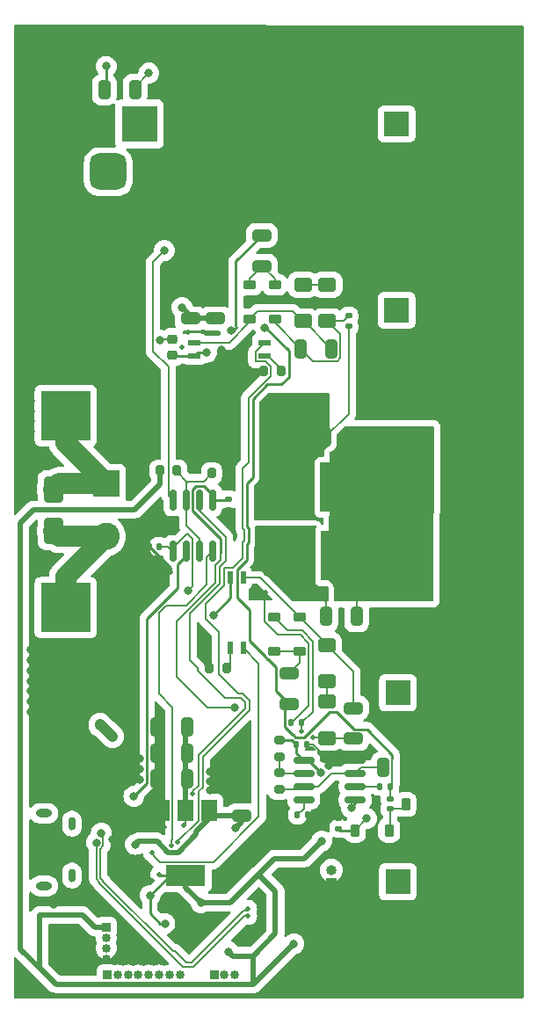
<source format=gbl>
G04 #@! TF.GenerationSoftware,KiCad,Pcbnew,8.0.5*
G04 #@! TF.CreationDate,2024-12-11T09:51:45-08:00*
G04 #@! TF.ProjectId,OpenPEMF_Final,4f70656e-5045-44d4-965f-46696e616c2e,rev?*
G04 #@! TF.SameCoordinates,Original*
G04 #@! TF.FileFunction,Copper,L4,Bot*
G04 #@! TF.FilePolarity,Positive*
%FSLAX46Y46*%
G04 Gerber Fmt 4.6, Leading zero omitted, Abs format (unit mm)*
G04 Created by KiCad (PCBNEW 8.0.5) date 2024-12-11 09:51:45*
%MOMM*%
%LPD*%
G01*
G04 APERTURE LIST*
G04 Aperture macros list*
%AMRoundRect*
0 Rectangle with rounded corners*
0 $1 Rounding radius*
0 $2 $3 $4 $5 $6 $7 $8 $9 X,Y pos of 4 corners*
0 Add a 4 corners polygon primitive as box body*
4,1,4,$2,$3,$4,$5,$6,$7,$8,$9,$2,$3,0*
0 Add four circle primitives for the rounded corners*
1,1,$1+$1,$2,$3*
1,1,$1+$1,$4,$5*
1,1,$1+$1,$6,$7*
1,1,$1+$1,$8,$9*
0 Add four rect primitives between the rounded corners*
20,1,$1+$1,$2,$3,$4,$5,0*
20,1,$1+$1,$4,$5,$6,$7,0*
20,1,$1+$1,$6,$7,$8,$9,0*
20,1,$1+$1,$8,$9,$2,$3,0*%
G04 Aperture macros list end*
G04 #@! TA.AperFunction,ComponentPad*
%ADD10R,2.400000X2.400000*%
G04 #@! TD*
G04 #@! TA.AperFunction,ComponentPad*
%ADD11C,2.400000*%
G04 #@! TD*
G04 #@! TA.AperFunction,ComponentPad*
%ADD12R,0.850000X0.850000*%
G04 #@! TD*
G04 #@! TA.AperFunction,ComponentPad*
%ADD13O,0.850000X0.850000*%
G04 #@! TD*
G04 #@! TA.AperFunction,ComponentPad*
%ADD14R,1.000000X1.000000*%
G04 #@! TD*
G04 #@! TA.AperFunction,ComponentPad*
%ADD15O,1.000000X1.000000*%
G04 #@! TD*
G04 #@! TA.AperFunction,ComponentPad*
%ADD16O,0.650000X1.300000*%
G04 #@! TD*
G04 #@! TA.AperFunction,ComponentPad*
%ADD17O,1.550000X0.775000*%
G04 #@! TD*
G04 #@! TA.AperFunction,ComponentPad*
%ADD18R,3.500000X3.500000*%
G04 #@! TD*
G04 #@! TA.AperFunction,ComponentPad*
%ADD19RoundRect,0.750000X-0.750000X-1.000000X0.750000X-1.000000X0.750000X1.000000X-0.750000X1.000000X0*%
G04 #@! TD*
G04 #@! TA.AperFunction,ComponentPad*
%ADD20RoundRect,0.875000X-0.875000X-0.875000X0.875000X-0.875000X0.875000X0.875000X-0.875000X0.875000X0*%
G04 #@! TD*
G04 #@! TA.AperFunction,ComponentPad*
%ADD21R,2.600000X2.600000*%
G04 #@! TD*
G04 #@! TA.AperFunction,ComponentPad*
%ADD22C,2.600000*%
G04 #@! TD*
G04 #@! TA.AperFunction,SMDPad,CuDef*
%ADD23RoundRect,0.140000X0.140000X0.170000X-0.140000X0.170000X-0.140000X-0.170000X0.140000X-0.170000X0*%
G04 #@! TD*
G04 #@! TA.AperFunction,SMDPad,CuDef*
%ADD24RoundRect,0.250000X0.650000X-0.325000X0.650000X0.325000X-0.650000X0.325000X-0.650000X-0.325000X0*%
G04 #@! TD*
G04 #@! TA.AperFunction,SMDPad,CuDef*
%ADD25RoundRect,0.250000X0.325000X0.650000X-0.325000X0.650000X-0.325000X-0.650000X0.325000X-0.650000X0*%
G04 #@! TD*
G04 #@! TA.AperFunction,SMDPad,CuDef*
%ADD26RoundRect,0.200000X0.200000X0.275000X-0.200000X0.275000X-0.200000X-0.275000X0.200000X-0.275000X0*%
G04 #@! TD*
G04 #@! TA.AperFunction,SMDPad,CuDef*
%ADD27RoundRect,0.225000X0.250000X-0.225000X0.250000X0.225000X-0.250000X0.225000X-0.250000X-0.225000X0*%
G04 #@! TD*
G04 #@! TA.AperFunction,SMDPad,CuDef*
%ADD28RoundRect,0.250000X-0.325000X-0.650000X0.325000X-0.650000X0.325000X0.650000X-0.325000X0.650000X0*%
G04 #@! TD*
G04 #@! TA.AperFunction,SMDPad,CuDef*
%ADD29RoundRect,0.225000X0.225000X0.375000X-0.225000X0.375000X-0.225000X-0.375000X0.225000X-0.375000X0*%
G04 #@! TD*
G04 #@! TA.AperFunction,SMDPad,CuDef*
%ADD30RoundRect,0.250000X-0.650000X0.325000X-0.650000X-0.325000X0.650000X-0.325000X0.650000X0.325000X0*%
G04 #@! TD*
G04 #@! TA.AperFunction,SMDPad,CuDef*
%ADD31RoundRect,0.317500X-0.317500X0.382500X-0.317500X-0.382500X0.317500X-0.382500X0.317500X0.382500X0*%
G04 #@! TD*
G04 #@! TA.AperFunction,SMDPad,CuDef*
%ADD32R,4.720000X4.800000*%
G04 #@! TD*
G04 #@! TA.AperFunction,SMDPad,CuDef*
%ADD33RoundRect,0.250000X-0.600000X0.400000X-0.600000X-0.400000X0.600000X-0.400000X0.600000X0.400000X0*%
G04 #@! TD*
G04 #@! TA.AperFunction,SMDPad,CuDef*
%ADD34RoundRect,0.135000X-0.185000X0.135000X-0.185000X-0.135000X0.185000X-0.135000X0.185000X0.135000X0*%
G04 #@! TD*
G04 #@! TA.AperFunction,SMDPad,CuDef*
%ADD35RoundRect,0.317500X0.382500X0.317500X-0.382500X0.317500X-0.382500X-0.317500X0.382500X-0.317500X0*%
G04 #@! TD*
G04 #@! TA.AperFunction,SMDPad,CuDef*
%ADD36R,4.800000X4.720000*%
G04 #@! TD*
G04 #@! TA.AperFunction,SMDPad,CuDef*
%ADD37RoundRect,0.250000X0.600000X-0.400000X0.600000X0.400000X-0.600000X0.400000X-0.600000X-0.400000X0*%
G04 #@! TD*
G04 #@! TA.AperFunction,SMDPad,CuDef*
%ADD38RoundRect,0.225000X-0.375000X0.225000X-0.375000X-0.225000X0.375000X-0.225000X0.375000X0.225000X0*%
G04 #@! TD*
G04 #@! TA.AperFunction,SMDPad,CuDef*
%ADD39RoundRect,0.140000X0.170000X-0.140000X0.170000X0.140000X-0.170000X0.140000X-0.170000X-0.140000X0*%
G04 #@! TD*
G04 #@! TA.AperFunction,SMDPad,CuDef*
%ADD40RoundRect,0.140000X-0.170000X0.140000X-0.170000X-0.140000X0.170000X-0.140000X0.170000X0.140000X0*%
G04 #@! TD*
G04 #@! TA.AperFunction,SMDPad,CuDef*
%ADD41RoundRect,0.200000X-0.200000X-0.275000X0.200000X-0.275000X0.200000X0.275000X-0.200000X0.275000X0*%
G04 #@! TD*
G04 #@! TA.AperFunction,SMDPad,CuDef*
%ADD42R,1.219200X0.558800*%
G04 #@! TD*
G04 #@! TA.AperFunction,SMDPad,CuDef*
%ADD43R,0.558800X1.219200*%
G04 #@! TD*
G04 #@! TA.AperFunction,SMDPad,CuDef*
%ADD44RoundRect,0.150000X0.825000X0.150000X-0.825000X0.150000X-0.825000X-0.150000X0.825000X-0.150000X0*%
G04 #@! TD*
G04 #@! TA.AperFunction,SMDPad,CuDef*
%ADD45RoundRect,0.150000X-0.150000X0.825000X-0.150000X-0.825000X0.150000X-0.825000X0.150000X0.825000X0*%
G04 #@! TD*
G04 #@! TA.AperFunction,SMDPad,CuDef*
%ADD46RoundRect,0.225000X0.375000X-0.225000X0.375000X0.225000X-0.375000X0.225000X-0.375000X-0.225000X0*%
G04 #@! TD*
G04 #@! TA.AperFunction,SMDPad,CuDef*
%ADD47R,1.500000X2.000000*%
G04 #@! TD*
G04 #@! TA.AperFunction,SMDPad,CuDef*
%ADD48R,3.800000X2.000000*%
G04 #@! TD*
G04 #@! TA.AperFunction,SMDPad,CuDef*
%ADD49RoundRect,0.135000X-0.135000X-0.185000X0.135000X-0.185000X0.135000X0.185000X-0.135000X0.185000X0*%
G04 #@! TD*
G04 #@! TA.AperFunction,SMDPad,CuDef*
%ADD50RoundRect,0.317500X-0.382500X-0.317500X0.382500X-0.317500X0.382500X0.317500X-0.382500X0.317500X0*%
G04 #@! TD*
G04 #@! TA.AperFunction,SMDPad,CuDef*
%ADD51RoundRect,0.135000X0.135000X0.185000X-0.135000X0.185000X-0.135000X-0.185000X0.135000X-0.185000X0*%
G04 #@! TD*
G04 #@! TA.AperFunction,SMDPad,CuDef*
%ADD52RoundRect,0.250000X0.650000X-1.000000X0.650000X1.000000X-0.650000X1.000000X-0.650000X-1.000000X0*%
G04 #@! TD*
G04 #@! TA.AperFunction,SMDPad,CuDef*
%ADD53RoundRect,0.200000X0.275000X-0.200000X0.275000X0.200000X-0.275000X0.200000X-0.275000X-0.200000X0*%
G04 #@! TD*
G04 #@! TA.AperFunction,ViaPad*
%ADD54C,0.800000*%
G04 #@! TD*
G04 #@! TA.AperFunction,ViaPad*
%ADD55C,0.500000*%
G04 #@! TD*
G04 #@! TA.AperFunction,Conductor*
%ADD56C,0.500000*%
G04 #@! TD*
G04 #@! TA.AperFunction,Conductor*
%ADD57C,0.200000*%
G04 #@! TD*
G04 #@! TA.AperFunction,Conductor*
%ADD58C,0.250000*%
G04 #@! TD*
G04 #@! TA.AperFunction,Conductor*
%ADD59C,2.000000*%
G04 #@! TD*
G04 #@! TA.AperFunction,Conductor*
%ADD60C,1.000000*%
G04 #@! TD*
G04 #@! TA.AperFunction,Conductor*
%ADD61C,0.203200*%
G04 #@! TD*
G04 APERTURE END LIST*
D10*
X139487246Y-79550000D03*
D11*
X146987246Y-79550000D03*
D12*
X121885000Y-143565000D03*
D13*
X122885000Y-143565000D03*
X123885000Y-143565000D03*
D12*
X111600000Y-143600000D03*
D13*
X112600000Y-143600000D03*
X113600000Y-143600000D03*
X114600000Y-143600000D03*
X115600000Y-143600000D03*
X116600000Y-143600000D03*
X117600000Y-143600000D03*
X118600000Y-143600000D03*
D12*
X111500000Y-139000000D03*
D13*
X111500000Y-140000000D03*
X111500000Y-141000000D03*
X111500000Y-142000000D03*
D10*
X139587246Y-116400000D03*
D11*
X147087246Y-116400000D03*
D10*
X139487246Y-61600000D03*
D11*
X146987246Y-61600000D03*
D14*
X133200000Y-134750000D03*
D15*
X133200000Y-133480000D03*
D16*
X108203700Y-129000400D03*
X108203700Y-134000400D03*
D17*
X105503700Y-128000400D03*
X105503700Y-135000400D03*
D18*
X114700000Y-61600000D03*
D19*
X108600000Y-61600000D03*
D20*
X111700000Y-66200000D03*
D10*
X139587246Y-98400000D03*
D11*
X147087246Y-98400000D03*
D10*
X139587246Y-134600000D03*
D11*
X147087246Y-134600000D03*
D21*
X111495000Y-96255000D03*
D22*
X111495000Y-101335000D03*
D12*
X129000000Y-143600000D03*
D13*
X130000000Y-143600000D03*
X131000000Y-143600000D03*
D23*
X116580000Y-102300000D03*
X115620000Y-102300000D03*
D24*
X119600000Y-80350000D03*
X119600000Y-77400000D03*
D25*
X114275000Y-58300000D03*
X111325000Y-58300000D03*
D26*
X123075000Y-114000000D03*
X121425000Y-114000000D03*
D27*
X117900000Y-83875000D03*
X117900000Y-82325000D03*
D28*
X138175000Y-123600000D03*
X141125000Y-123600000D03*
D29*
X143650000Y-127150000D03*
X140350000Y-127150000D03*
D30*
X135300000Y-117875000D03*
X135300000Y-120825000D03*
D31*
X130695000Y-102160000D03*
X130695000Y-104240000D03*
D32*
X134500000Y-103200000D03*
D33*
X132750000Y-117250000D03*
X132750000Y-120750000D03*
D34*
X134850000Y-80090000D03*
X134850000Y-81110000D03*
D35*
X108640000Y-85895000D03*
X106560000Y-85895000D03*
D36*
X107600000Y-89700000D03*
D37*
X130450000Y-80600000D03*
X130450000Y-77100000D03*
D38*
X130100000Y-109075000D03*
X130100000Y-112375000D03*
D33*
X132750000Y-111800000D03*
X132750000Y-115300000D03*
D39*
X133900000Y-129480000D03*
X133900000Y-128520000D03*
D40*
X123250000Y-97770000D03*
X123250000Y-98730000D03*
D41*
X116675000Y-95000000D03*
X118325000Y-95000000D03*
D25*
X135575000Y-91750000D03*
X132625000Y-91750000D03*
D38*
X127750000Y-77100000D03*
X127750000Y-80400000D03*
D42*
X126740900Y-82665000D03*
X126740900Y-83935000D03*
X119959100Y-83935000D03*
X119959100Y-82665000D03*
D23*
X130880000Y-128150000D03*
X129920000Y-128150000D03*
D33*
X132800000Y-77100000D03*
X132800000Y-80600000D03*
D43*
X124735000Y-112090900D03*
X123465000Y-112090900D03*
X123465000Y-105309100D03*
X124735000Y-105309100D03*
D44*
X135475000Y-122895000D03*
X135475000Y-124165000D03*
X135475000Y-125435000D03*
X135475000Y-126705000D03*
X130525000Y-126705000D03*
X130525000Y-125435000D03*
X130525000Y-124165000D03*
X130525000Y-122895000D03*
D24*
X122000000Y-80350000D03*
X122000000Y-77400000D03*
D45*
X117945000Y-97825000D03*
X119215000Y-97825000D03*
X120485000Y-97825000D03*
X121755000Y-97825000D03*
X121755000Y-102775000D03*
X120485000Y-102775000D03*
X119215000Y-102775000D03*
X117945000Y-102775000D03*
D46*
X125300000Y-80400000D03*
X125300000Y-77100000D03*
D26*
X128325000Y-85400000D03*
X126675000Y-85400000D03*
D25*
X119275000Y-122200000D03*
X116325000Y-122200000D03*
D29*
X138750000Y-129650000D03*
X135450000Y-129650000D03*
D47*
X116850000Y-127725000D03*
X119150000Y-127725000D03*
D48*
X119150000Y-134025000D03*
D47*
X121450000Y-127725000D03*
D41*
X121650000Y-95250000D03*
X123300000Y-95250000D03*
D49*
X137830000Y-125400000D03*
X138850000Y-125400000D03*
D25*
X119275000Y-119700000D03*
X116325000Y-119700000D03*
X119275000Y-124700000D03*
X116325000Y-124700000D03*
D50*
X106560000Y-112005000D03*
X108640000Y-112005000D03*
D36*
X107600000Y-108200000D03*
D23*
X130780000Y-121400000D03*
X129820000Y-121400000D03*
D51*
X130310000Y-119300000D03*
X129290000Y-119300000D03*
D52*
X106400000Y-100800000D03*
X106400000Y-96800000D03*
D24*
X129100000Y-117450000D03*
X129100000Y-114500000D03*
D30*
X126500000Y-72325000D03*
X126500000Y-75275000D03*
D25*
X133175000Y-83250000D03*
X130225000Y-83250000D03*
D53*
X128150000Y-125725000D03*
X128150000Y-124075000D03*
D24*
X124550000Y-128225000D03*
X124550000Y-125275000D03*
D46*
X127650000Y-112384800D03*
X127650000Y-109084800D03*
D53*
X128150000Y-122575000D03*
X128150000Y-120925000D03*
D31*
X130635000Y-95560000D03*
X130635000Y-97640000D03*
D32*
X134440000Y-96600000D03*
D25*
X135625000Y-109050000D03*
X132675000Y-109050000D03*
D40*
X138850000Y-126620000D03*
X138850000Y-127580000D03*
D54*
X124000000Y-129400000D03*
X132200000Y-124100000D03*
X119389099Y-106549149D03*
X114300000Y-131000000D03*
X135100000Y-127500000D03*
X118800000Y-79300000D03*
X106400000Y-136800000D03*
X107750000Y-69500000D03*
X109750000Y-123750000D03*
X111750000Y-124750000D03*
X134700000Y-72900000D03*
D55*
X116400000Y-129300000D03*
D54*
X104250000Y-88250000D03*
X107200000Y-136000000D03*
X125100000Y-131900000D03*
X133700000Y-66800000D03*
X114750000Y-122750000D03*
X111031754Y-137531754D03*
X104250000Y-89250000D03*
X104250000Y-117250000D03*
X110750000Y-124750000D03*
X109750000Y-122750000D03*
X106750000Y-68500000D03*
D55*
X115900000Y-134500000D03*
D54*
X123250000Y-99750000D03*
X108750000Y-69500000D03*
X104250000Y-112250000D03*
X104250000Y-118250000D03*
X121500000Y-125800000D03*
X133600000Y-122600000D03*
D55*
X117100000Y-129300000D03*
D54*
X121500000Y-124000000D03*
X104250000Y-91250000D03*
X104250000Y-90250000D03*
X132300000Y-72900000D03*
X114300000Y-93800000D03*
X110750000Y-123750000D03*
X125400000Y-139300000D03*
X114750000Y-124750000D03*
X111750000Y-122750000D03*
X132000000Y-69300000D03*
X122600000Y-83400000D03*
X104250000Y-115250000D03*
X110750000Y-122750000D03*
X133700000Y-69300000D03*
X108750000Y-68500000D03*
X132000000Y-66800000D03*
X131800000Y-139700000D03*
X104250000Y-92250000D03*
D55*
X119400000Y-81700000D03*
D54*
X122400000Y-124900000D03*
X126400000Y-137100000D03*
X132907109Y-123392891D03*
X106750000Y-69500000D03*
X125400000Y-140300000D03*
X116200000Y-141900000D03*
X112100000Y-130500000D03*
X104250000Y-114250000D03*
X121500000Y-124900000D03*
D55*
X117700000Y-104800000D03*
D54*
X122600000Y-84100000D03*
D55*
X118800000Y-83100000D03*
D54*
X109750000Y-124750000D03*
X119400000Y-138200000D03*
X107750000Y-68500000D03*
X104250000Y-113250000D03*
X105750000Y-68500000D03*
X111750000Y-123750000D03*
X114750000Y-123750000D03*
X105750000Y-69500000D03*
X134700000Y-76600000D03*
X122400000Y-125800000D03*
X104250000Y-116250000D03*
X104250000Y-87250000D03*
X122400000Y-124000000D03*
X104250000Y-86250000D03*
D55*
X120900000Y-111200000D03*
D54*
X123894975Y-117794975D03*
X136600000Y-128500000D03*
X126750000Y-95250000D03*
X126750000Y-94500000D03*
X126750000Y-96750000D03*
X116700000Y-82400000D03*
X126750000Y-96000000D03*
D55*
X116600000Y-133900000D03*
D54*
X120625006Y-136615000D03*
X132260000Y-130665000D03*
X123285000Y-141315000D03*
X129585000Y-140565000D03*
X117145000Y-138610000D03*
X115730025Y-135919975D03*
D55*
X118972182Y-129172182D03*
D54*
X127000000Y-103750000D03*
X127000000Y-104750000D03*
X110800000Y-119600000D03*
X127000000Y-101750000D03*
X127000000Y-102750000D03*
X111500000Y-120000000D03*
D55*
X126800000Y-106700000D03*
D54*
X112100000Y-120600000D03*
D55*
X131400000Y-120700000D03*
X130300000Y-120100000D03*
D54*
X115600000Y-56700000D03*
X111500000Y-56050000D03*
X110543424Y-130840733D03*
D55*
X125182568Y-137916600D03*
D54*
X111024428Y-129897101D03*
D55*
X125182568Y-137213400D03*
D54*
X121200000Y-83600000D03*
X121800000Y-108900000D03*
D55*
X118407088Y-130788595D03*
X115889647Y-131825500D03*
D54*
X114150000Y-126374704D03*
D55*
X119850000Y-126098714D03*
X117768890Y-131075000D03*
D54*
X123500000Y-81500000D03*
X126791990Y-81208010D03*
X117100000Y-73800000D03*
D56*
X118425000Y-131775000D02*
X120150000Y-130050000D01*
X124550000Y-128225000D02*
X124550000Y-128850000D01*
D57*
X117470000Y-102300000D02*
X117945000Y-102775000D01*
D56*
X120150000Y-129760550D02*
X121450000Y-128460550D01*
D57*
X119815000Y-104128900D02*
X119815000Y-106123248D01*
D56*
X119600000Y-80100000D02*
X118800000Y-79300000D01*
D58*
X129820000Y-121400000D02*
X129820000Y-122190000D01*
D56*
X114300000Y-131000000D02*
X114574500Y-130725500D01*
D58*
X135100000Y-127400000D02*
X135100000Y-127500000D01*
D56*
X117478940Y-131775000D02*
X118425000Y-131775000D01*
D58*
X129345000Y-120925000D02*
X129820000Y-121400000D01*
X135475000Y-126705000D02*
X135475000Y-127025000D01*
D57*
X116580000Y-102300000D02*
X117470000Y-102300000D01*
D56*
X124550000Y-128225000D02*
X121950000Y-128225000D01*
D57*
X119305939Y-101072665D02*
X117945000Y-102433604D01*
D56*
X120150000Y-130050000D02*
X120150000Y-129760550D01*
X114574500Y-130725500D02*
X116429440Y-130725500D01*
D58*
X135475000Y-127025000D02*
X135100000Y-127400000D01*
D57*
X119815000Y-104128900D02*
X119815000Y-101581726D01*
D56*
X119600000Y-80350000D02*
X122000000Y-80350000D01*
D58*
X130995000Y-122895000D02*
X132200000Y-124100000D01*
X129820000Y-122190000D02*
X130525000Y-122895000D01*
D57*
X119815000Y-101581726D02*
X119305939Y-101072665D01*
X119815000Y-106123248D02*
X119389099Y-106549149D01*
D56*
X116429440Y-130725500D02*
X117478940Y-131775000D01*
D58*
X128150000Y-120925000D02*
X129345000Y-120925000D01*
D56*
X124550000Y-128850000D02*
X124000000Y-129400000D01*
D58*
X117700000Y-104359720D02*
X117700000Y-104800000D01*
X116265280Y-102925000D02*
X117700000Y-104359720D01*
D57*
X131400000Y-121400000D02*
X132895000Y-122895000D01*
D58*
X123300000Y-94300000D02*
X123800000Y-93800000D01*
D57*
X133895000Y-122895000D02*
X135475000Y-122895000D01*
X133600000Y-122600000D02*
X133895000Y-122895000D01*
X132895000Y-122895000D02*
X133305000Y-122895000D01*
X130780000Y-121400000D02*
X131400000Y-121400000D01*
D58*
X116325000Y-124700000D02*
X116325000Y-125575000D01*
X115200000Y-126700000D02*
X116225000Y-127725000D01*
X116237391Y-102925000D02*
X116265280Y-102925000D01*
X123250000Y-98730000D02*
X123250000Y-99750000D01*
D57*
X133305000Y-122895000D02*
X133600000Y-122600000D01*
D58*
X123300000Y-95250000D02*
X123300000Y-94300000D01*
X116325000Y-125575000D02*
X115200000Y-126700000D01*
X115620000Y-102307609D02*
X116237391Y-102925000D01*
D57*
X119050000Y-115625000D02*
X121219975Y-117794975D01*
D58*
X119840000Y-97000000D02*
X119840000Y-98826751D01*
X119840000Y-98826751D02*
X122548960Y-101535711D01*
X122548960Y-101535711D02*
X122548960Y-102951041D01*
D57*
X122548960Y-103592435D02*
X122548960Y-102951041D01*
X121219975Y-117794975D02*
X123894975Y-117794975D01*
X122000000Y-105755635D02*
X122000000Y-104141395D01*
X118275000Y-114850000D02*
X118275000Y-109480635D01*
X118275000Y-109480635D02*
X122000000Y-105755635D01*
D58*
X134070000Y-129650000D02*
X133900000Y-129480000D01*
X119840000Y-96823249D02*
X119840000Y-97000000D01*
D57*
X136600000Y-128500000D02*
X135450000Y-129650000D01*
D58*
X121755000Y-97825000D02*
X123195000Y-97825000D01*
X120925000Y-96525000D02*
X120138249Y-96525000D01*
X120138249Y-96525000D02*
X119840000Y-96823249D01*
X121755000Y-97355000D02*
X120925000Y-96525000D01*
X135450000Y-129650000D02*
X134070000Y-129650000D01*
D57*
X119050000Y-115625000D02*
X118275000Y-114850000D01*
X122000000Y-104141395D02*
X122548960Y-103592435D01*
X135625000Y-106575000D02*
X134900000Y-105850000D01*
X135625000Y-109050000D02*
X135625000Y-106575000D01*
D59*
X111495000Y-96255000D02*
X106945000Y-96255000D01*
X107600000Y-92360000D02*
X111495000Y-96255000D01*
D57*
X134850000Y-89525000D02*
X132625000Y-91750000D01*
X116775000Y-82325000D02*
X116700000Y-82400000D01*
D59*
X106945000Y-96255000D02*
X106400000Y-96800000D01*
D57*
X134850000Y-81110000D02*
X134850000Y-89525000D01*
X117900000Y-82325000D02*
X116775000Y-82325000D01*
D59*
X107600000Y-89700000D02*
X107600000Y-92360000D01*
D56*
X118237563Y-144475000D02*
X118227563Y-144465000D01*
X125685000Y-144465000D02*
X125685000Y-141740000D01*
X127810000Y-135490000D02*
X126185000Y-133865000D01*
X126185000Y-133865000D02*
X123435000Y-136615000D01*
X119150000Y-134025000D02*
X119150000Y-135139994D01*
X123710000Y-141740000D02*
X123285000Y-141315000D01*
X110400000Y-139000000D02*
X111500000Y-139000000D01*
X123435000Y-136615000D02*
X120625006Y-136615000D01*
X127685000Y-132365000D02*
X130560000Y-132365000D01*
X130560000Y-132365000D02*
X132260000Y-130665000D01*
X119150000Y-127725000D02*
X119150000Y-119825000D01*
D58*
X116711040Y-138610000D02*
X115730025Y-137628985D01*
D56*
X112962437Y-144475000D02*
X110725000Y-144475000D01*
X115962437Y-144475000D02*
X115237563Y-144475000D01*
X106647563Y-144465000D02*
X105100000Y-142917437D01*
X114237563Y-144475000D02*
X114227563Y-144465000D01*
X115972437Y-144465000D02*
X115962437Y-144475000D01*
X114972437Y-144465000D02*
X114962437Y-144475000D01*
X117972437Y-144465000D02*
X117962437Y-144475000D01*
X112972437Y-144465000D02*
X112962437Y-144475000D01*
X118972437Y-144465000D02*
X118962437Y-144475000D01*
X116972437Y-144465000D02*
X116962437Y-144475000D01*
X116237563Y-144475000D02*
X116227563Y-144465000D01*
X115227563Y-144465000D02*
X114972437Y-144465000D01*
D57*
X119150000Y-127725000D02*
X119150000Y-128994364D01*
D58*
X115730025Y-137628985D02*
X115730025Y-135919975D01*
D56*
X110725000Y-144465000D02*
X106647563Y-144465000D01*
X125685000Y-144465000D02*
X129585000Y-140565000D01*
X125685000Y-141740000D02*
X123710000Y-141740000D01*
X105100000Y-137800000D02*
X109200000Y-137800000D01*
X117237563Y-144475000D02*
X117227563Y-144465000D01*
X116675000Y-95000000D02*
X116675000Y-96325000D01*
X118962437Y-144475000D02*
X118237563Y-144475000D01*
D58*
X119150000Y-134025000D02*
X116725000Y-134025000D01*
D56*
X115237563Y-144475000D02*
X115227563Y-144465000D01*
X117227563Y-144465000D02*
X116972437Y-144465000D01*
X113237563Y-144475000D02*
X113227563Y-144465000D01*
X113972437Y-144465000D02*
X113962437Y-144475000D01*
X113962437Y-144475000D02*
X113237563Y-144475000D01*
D58*
X117625000Y-134025000D02*
X115730025Y-135919975D01*
D56*
X105100000Y-142917437D02*
X105100000Y-137800000D01*
X114227563Y-144465000D02*
X113972437Y-144465000D01*
X103250000Y-141067437D02*
X105100000Y-142917437D01*
X117962437Y-144475000D02*
X117237563Y-144475000D01*
X119150000Y-135139994D02*
X120625006Y-136615000D01*
X126185000Y-133865000D02*
X127685000Y-132365000D01*
X104500000Y-98750000D02*
X103250000Y-100000000D01*
X103250000Y-100000000D02*
X103250000Y-141067437D01*
X125685000Y-141740000D02*
X127810000Y-139615000D01*
X114250000Y-98750000D02*
X104500000Y-98750000D01*
X110725000Y-144475000D02*
X110725000Y-144465000D01*
X116227563Y-144465000D02*
X115972437Y-144465000D01*
D58*
X116725000Y-134025000D02*
X116600000Y-133900000D01*
X117145000Y-138610000D02*
X116711040Y-138610000D01*
D56*
X116675000Y-96325000D02*
X114250000Y-98750000D01*
X125685000Y-144465000D02*
X118972437Y-144465000D01*
X113227563Y-144465000D02*
X112972437Y-144465000D01*
D57*
X119150000Y-128994364D02*
X118972182Y-129172182D01*
D56*
X127810000Y-139615000D02*
X127810000Y-135490000D01*
X109200000Y-137800000D02*
X110400000Y-139000000D01*
X118227563Y-144465000D02*
X117972437Y-144465000D01*
X116962437Y-144475000D02*
X116237563Y-144475000D01*
X114962437Y-144475000D02*
X114237563Y-144475000D01*
D59*
X106935000Y-101335000D02*
X106400000Y-100800000D01*
D57*
X126750000Y-109527262D02*
X126750000Y-106750000D01*
X126750000Y-106750000D02*
X126800000Y-106700000D01*
D60*
X110900000Y-119400000D02*
X111500000Y-120000000D01*
D57*
X130200000Y-110800000D02*
X128022738Y-110800000D01*
X132675000Y-107625000D02*
X130900000Y-105850000D01*
X131000000Y-117674817D02*
X131000000Y-111600000D01*
D59*
X111495000Y-101335000D02*
X106935000Y-101335000D01*
D57*
X131000000Y-111600000D02*
X130200000Y-110800000D01*
D60*
X111500000Y-120000000D02*
X112100000Y-120600000D01*
D57*
X128022738Y-110800000D02*
X126750000Y-109527262D01*
D59*
X107600000Y-105230000D02*
X111495000Y-101335000D01*
X107600000Y-108200000D02*
X107600000Y-105230000D01*
D57*
X129374817Y-119300000D02*
X131000000Y-117674817D01*
X132675000Y-109050000D02*
X132675000Y-107625000D01*
X126334100Y-105309100D02*
X130100000Y-109075000D01*
X135300000Y-114350000D02*
X132750000Y-111800000D01*
X135300000Y-117875000D02*
X135300000Y-114350000D01*
X124735000Y-105309100D02*
X126334100Y-105309100D01*
X132750000Y-111725000D02*
X130100000Y-109075000D01*
X130365686Y-110400000D02*
X128965200Y-110400000D01*
X132825000Y-120825000D02*
X135300000Y-120825000D01*
X128965200Y-110400000D02*
X127650000Y-109084800D01*
X131400000Y-120700000D02*
X132700000Y-120700000D01*
X130310000Y-119300000D02*
X130310000Y-120090000D01*
X131400000Y-118210000D02*
X131400000Y-111434314D01*
X130310000Y-119300000D02*
X131400000Y-118210000D01*
X130310000Y-120090000D02*
X130300000Y-120100000D01*
X131400000Y-111434314D02*
X130365686Y-110400000D01*
X133750000Y-84450000D02*
X131425000Y-84450000D01*
X132800000Y-80600000D02*
X134050000Y-81850000D01*
X131425000Y-84450000D02*
X130225000Y-83250000D01*
X134850000Y-80090000D02*
X134340000Y-80600000D01*
X127750000Y-80400000D02*
X127750000Y-80775000D01*
X134340000Y-80600000D02*
X132800000Y-80600000D01*
X134050000Y-84150000D02*
X133750000Y-84450000D01*
X127750000Y-80775000D02*
X130225000Y-83250000D01*
X134050000Y-81850000D02*
X134050000Y-84150000D01*
X114275000Y-58025000D02*
X115600000Y-56700000D01*
D58*
X111500000Y-56050000D02*
X111500000Y-58125000D01*
D57*
X125300000Y-80689950D02*
X123324950Y-82665000D01*
X130525000Y-80600000D02*
X133175000Y-83250000D01*
X126050000Y-79650000D02*
X129500000Y-79650000D01*
X123324950Y-82665000D02*
X119959100Y-82665000D01*
X129500000Y-79650000D02*
X130450000Y-80600000D01*
X125300000Y-80400000D02*
X126050000Y-79650000D01*
X132750000Y-115300000D02*
X132750000Y-117250000D01*
X130235000Y-125725000D02*
X130525000Y-125435000D01*
X131954950Y-125435000D02*
X133224950Y-124165000D01*
X133224950Y-124165000D02*
X135475000Y-124165000D01*
X136040000Y-123600000D02*
X138175000Y-123600000D01*
X130525000Y-125435000D02*
X131954950Y-125435000D01*
X128150000Y-125725000D02*
X130235000Y-125725000D01*
X135475000Y-124165000D02*
X136040000Y-123600000D01*
X130525000Y-126705000D02*
X130525000Y-127545000D01*
X130525000Y-127545000D02*
X129920000Y-128150000D01*
D61*
X125034169Y-137768201D02*
X124919169Y-137768201D01*
X124919169Y-137768201D02*
X119919170Y-142768200D01*
X110543424Y-134362622D02*
X110543424Y-130840733D01*
X118900752Y-142768200D02*
X110846800Y-134714248D01*
X125182568Y-137916600D02*
X125034169Y-137768201D01*
X110846800Y-134665998D02*
X110543424Y-134362622D01*
X110846800Y-134714248D02*
X110846800Y-134665998D01*
X119919170Y-142768200D02*
X118900752Y-142768200D01*
X111195024Y-130067697D02*
X111024428Y-129897101D01*
X124750831Y-137361799D02*
X119750830Y-142361800D01*
X110896624Y-131409035D02*
X111195024Y-131110635D01*
X111195024Y-131110635D02*
X111195024Y-130067697D01*
X125034169Y-137361799D02*
X124750831Y-137361799D01*
X111200000Y-134519698D02*
X110896624Y-134216322D01*
X119193852Y-142361800D02*
X118133652Y-141301600D01*
X119750830Y-142361800D02*
X119193852Y-142361800D01*
X117933652Y-141301600D02*
X111200000Y-134567948D01*
X110896624Y-134216322D02*
X110896624Y-131409035D01*
X125182568Y-137213400D02*
X125034169Y-137361799D01*
X118133652Y-141301600D02*
X117933652Y-141301600D01*
X111200000Y-134567948D02*
X111200000Y-134519698D01*
D58*
X121200000Y-83600000D02*
X120294100Y-83600000D01*
X119959100Y-83935000D02*
X117960000Y-83935000D01*
X120294100Y-83600000D02*
X119959100Y-83935000D01*
D57*
X135475000Y-125435000D02*
X137795000Y-125435000D01*
D58*
X123465000Y-107235000D02*
X121800000Y-108900000D01*
X123465000Y-105309100D02*
X123465000Y-107235000D01*
D57*
X127750000Y-77100000D02*
X127750000Y-76525000D01*
X125300000Y-77100000D02*
X125300000Y-76475000D01*
X125300000Y-76475000D02*
X126500000Y-75275000D01*
X127750000Y-76525000D02*
X126500000Y-75275000D01*
X130100000Y-113500000D02*
X129100000Y-114500000D01*
X130100000Y-112375000D02*
X130100000Y-113500000D01*
X127650000Y-112384800D02*
X130090200Y-112384800D01*
X138850000Y-127580000D02*
X139920000Y-127580000D01*
X139920000Y-127580000D02*
X140350000Y-127150000D01*
X138850000Y-129550000D02*
X138850000Y-127580000D01*
X130450000Y-77100000D02*
X132800000Y-77100000D01*
X120485000Y-101586040D02*
X120485000Y-102775000D01*
X120875000Y-96025000D02*
X119400000Y-96025000D01*
X119400000Y-96025000D02*
X119225000Y-96025000D01*
X119215000Y-96210000D02*
X119400000Y-96025000D01*
X119215000Y-97825000D02*
X119215000Y-100316040D01*
X121650000Y-95250000D02*
X120875000Y-96025000D01*
X119215000Y-97825000D02*
X119215000Y-96210000D01*
X119225000Y-96025000D02*
X118450000Y-95250000D01*
X119215000Y-100316040D02*
X120485000Y-101586040D01*
X127325000Y-84938604D02*
X127325000Y-85861396D01*
X122331371Y-114600001D02*
X124231370Y-116500000D01*
X124645000Y-101885862D02*
X124645000Y-103432818D01*
X122885600Y-104399500D02*
X122885600Y-106014400D01*
X125300000Y-117144365D02*
X125300000Y-118055636D01*
X120800000Y-125493503D02*
X120400000Y-125893503D01*
X124800016Y-101730845D02*
X124645000Y-101885862D01*
X120400000Y-128700000D02*
X118407088Y-130692912D01*
X124645001Y-94793476D02*
X124645001Y-100555052D01*
X121100000Y-109300000D02*
X122331371Y-110531371D01*
X122885600Y-106014400D02*
X121100000Y-107800000D01*
X124645000Y-103432818D02*
X123678318Y-104399500D01*
X126850796Y-84464400D02*
X127325000Y-84938604D01*
X127325000Y-85861396D02*
X125200000Y-87986396D01*
X120400000Y-125893503D02*
X120400000Y-128700000D01*
X124655636Y-116500000D02*
X125300000Y-117144365D01*
X126740900Y-82665000D02*
X125881300Y-83524600D01*
X123678318Y-104399500D02*
X122885600Y-104399500D01*
X125881300Y-84464400D02*
X126850796Y-84464400D01*
X125881300Y-83524600D02*
X125881300Y-84464400D01*
X124645001Y-100555052D02*
X124800016Y-100710067D01*
X121100000Y-107800000D02*
X121100000Y-109300000D01*
X124800016Y-100710067D02*
X124800016Y-101730845D01*
X125300000Y-118055636D02*
X120800000Y-122555636D01*
X125200000Y-94238477D02*
X124645001Y-94793476D01*
X122331371Y-110531371D02*
X122331371Y-114600001D01*
X124231370Y-116500000D02*
X124655636Y-116500000D01*
X120800000Y-122555636D02*
X120800000Y-125493503D01*
X125200000Y-87986396D02*
X125200000Y-94238477D01*
X118407088Y-130692912D02*
X118407088Y-130788595D01*
X126200000Y-128327817D02*
X126200000Y-113555900D01*
X115889647Y-131825500D02*
X116100000Y-132035853D01*
X116100000Y-132165686D02*
X116659315Y-132725000D01*
X126200000Y-113555900D02*
X124735000Y-112090900D01*
X121802817Y-132725000D02*
X126200000Y-128327817D01*
X116100000Y-132035853D02*
X116100000Y-132165686D01*
X116659315Y-132725000D02*
X121802817Y-132725000D01*
X123465000Y-113610000D02*
X123465000Y-112090900D01*
X123075000Y-114000000D02*
X123465000Y-113610000D01*
D58*
X118360600Y-104039400D02*
X118360600Y-106340440D01*
X119215000Y-103185000D02*
X118360600Y-104039400D01*
X115425000Y-109276040D02*
X115425000Y-125099704D01*
X115425000Y-125099704D02*
X114150000Y-126374704D01*
X118360600Y-106340440D02*
X115425000Y-109276040D01*
D57*
X120300000Y-113977818D02*
X120300000Y-114234315D01*
X124900000Y-117310050D02*
X124900000Y-117889950D01*
X120485000Y-97825000D02*
X120485000Y-98870711D01*
X124489950Y-116900000D02*
X124900000Y-117310050D01*
X119550000Y-108771321D02*
X119550000Y-113227818D01*
X120400000Y-125327817D02*
X119850000Y-125877817D01*
X123025000Y-103682081D02*
X122400000Y-104307081D01*
X119550000Y-113227818D02*
X120300000Y-113977818D01*
X119850000Y-125877817D02*
X119850000Y-126098714D01*
X124900000Y-117889950D02*
X120400000Y-122389950D01*
X123025000Y-101410711D02*
X123025000Y-103682081D01*
X122965685Y-116900000D02*
X124489950Y-116900000D01*
X120485000Y-98870711D02*
X123025000Y-101410711D01*
X120300000Y-114234315D02*
X122965685Y-116900000D01*
X122400000Y-105921321D02*
X119550000Y-108771321D01*
X122400000Y-104307081D02*
X122400000Y-105921321D01*
X120400000Y-122389950D02*
X120400000Y-125327817D01*
X121755000Y-102775000D02*
X121200000Y-103330000D01*
X121200000Y-105989950D02*
X119189950Y-108000000D01*
X117900000Y-130512130D02*
X117768890Y-130643240D01*
X117768890Y-130643240D02*
X117768890Y-131075000D01*
X116600000Y-108710050D02*
X116600000Y-116477818D01*
X116600000Y-116477818D02*
X117900000Y-117777818D01*
X117310050Y-108000000D02*
X116600000Y-108710050D01*
X117900000Y-117777818D02*
X117900000Y-130512130D01*
X121200000Y-103330000D02*
X121200000Y-105989950D01*
X119189950Y-108000000D02*
X117310050Y-108000000D01*
X130525000Y-124165000D02*
X128240000Y-124165000D01*
X128150000Y-122575000D02*
X128150000Y-124075000D01*
D58*
X127875000Y-113936827D02*
X127097973Y-113159800D01*
X128695000Y-119675538D02*
X129494462Y-120475000D01*
X124000000Y-74825000D02*
X126500000Y-72325000D01*
X125225018Y-101906881D02*
X125225016Y-100534026D01*
X129100000Y-86000000D02*
X129100000Y-83485100D01*
X129100000Y-117450000D02*
X127875000Y-116225000D01*
X125070000Y-103608858D02*
X125070000Y-102061899D01*
X125225016Y-100534026D02*
X125070000Y-100379010D01*
X125070000Y-100379010D02*
X125070000Y-96208858D01*
X126725000Y-112837617D02*
X126725000Y-112786827D01*
X135425000Y-119925000D02*
X136625000Y-119925000D01*
X127097973Y-113159800D02*
X127047183Y-113159800D01*
X124000000Y-81100000D02*
X124000000Y-74825000D01*
D57*
X138850000Y-126620000D02*
X138850000Y-125400000D01*
D58*
X133725000Y-118225000D02*
X135425000Y-119925000D01*
D57*
X138850000Y-125400000D02*
X139050000Y-125200000D01*
D58*
X124130600Y-104548258D02*
X125070000Y-103608858D01*
X125625000Y-95653858D02*
X125625000Y-88100000D01*
X129531396Y-120475000D02*
X129731396Y-120675000D01*
X125070000Y-102061899D02*
X125225018Y-101906881D01*
X127025000Y-86700000D02*
X128400000Y-86700000D01*
X139050000Y-122350000D02*
X139050000Y-122722183D01*
X124075000Y-81175000D02*
X123750000Y-81500000D01*
D57*
X139050000Y-125200000D02*
X139050000Y-122722183D01*
D58*
X123750000Y-81500000D02*
X123500000Y-81500000D01*
X124130600Y-107230600D02*
X124130600Y-104548258D01*
X129731396Y-120675000D02*
X130538173Y-120675000D01*
X130538173Y-120675000D02*
X132988173Y-118225000D01*
X128695000Y-117855000D02*
X128695000Y-119675538D01*
X126725000Y-112786827D02*
X125339400Y-111401227D01*
X136625000Y-119925000D02*
X139050000Y-122350000D01*
X129494462Y-120475000D02*
X129531396Y-120475000D01*
X125339400Y-108439400D02*
X124130600Y-107230600D01*
X124075000Y-81175000D02*
X124000000Y-81100000D01*
X129100000Y-83485100D02*
X126789900Y-81175000D01*
X128400000Y-86700000D02*
X129100000Y-86000000D01*
X125070000Y-96208858D02*
X125625000Y-95653858D01*
X125339400Y-111401227D02*
X125339400Y-108439400D01*
X125625000Y-88100000D02*
X127025000Y-86700000D01*
X127047183Y-113159800D02*
X126725000Y-112837617D01*
X127875000Y-116225000D02*
X127875000Y-113936827D01*
X132988173Y-118225000D02*
X133725000Y-118225000D01*
D57*
X117945000Y-97825000D02*
X117500000Y-97380000D01*
X117500000Y-97380000D02*
X117500000Y-85000000D01*
X117500000Y-85000000D02*
X116000000Y-83500000D01*
X116000000Y-83500000D02*
X116000000Y-74900000D01*
X116000000Y-74900000D02*
X117100000Y-73800000D01*
X127071100Y-83935000D02*
X128000000Y-84863900D01*
X128000000Y-84863900D02*
X128000000Y-85300000D01*
G04 #@! TA.AperFunction,Conductor*
G36*
X151575621Y-52119590D02*
G01*
X151642640Y-52139339D01*
X151688344Y-52192187D01*
X151699500Y-52243590D01*
X151699500Y-145725754D01*
X151679815Y-145792793D01*
X151627011Y-145838548D01*
X151575428Y-145849754D01*
X102724428Y-145821571D01*
X102657400Y-145801848D01*
X102611676Y-145749017D01*
X102600500Y-145697571D01*
X102600500Y-141920087D01*
X102620185Y-141853048D01*
X102672989Y-141807293D01*
X102742147Y-141797349D01*
X102805703Y-141826374D01*
X102812181Y-141832406D01*
X104435032Y-143455257D01*
X104435053Y-143455280D01*
X106105397Y-145125624D01*
X106105405Y-145125630D01*
X106244690Y-145218697D01*
X106244693Y-145218698D01*
X106244701Y-145218704D01*
X106335369Y-145256259D01*
X106399481Y-145282816D01*
X106563791Y-145315499D01*
X106563795Y-145315500D01*
X106563796Y-145315500D01*
X106563797Y-145315500D01*
X106731330Y-145315500D01*
X110578748Y-145315500D01*
X110602938Y-145317882D01*
X110641231Y-145325499D01*
X110641232Y-145325500D01*
X110641233Y-145325500D01*
X113046204Y-145325500D01*
X113075810Y-145319611D01*
X113124190Y-145319611D01*
X113153796Y-145325500D01*
X114046204Y-145325500D01*
X114075810Y-145319611D01*
X114124190Y-145319611D01*
X114153796Y-145325500D01*
X115046204Y-145325500D01*
X115075810Y-145319611D01*
X115124190Y-145319611D01*
X115153796Y-145325500D01*
X116046204Y-145325500D01*
X116075810Y-145319611D01*
X116124190Y-145319611D01*
X116153796Y-145325500D01*
X117046204Y-145325500D01*
X117075810Y-145319611D01*
X117124190Y-145319611D01*
X117153796Y-145325500D01*
X118046204Y-145325500D01*
X118075810Y-145319611D01*
X118124190Y-145319611D01*
X118153796Y-145325500D01*
X119046205Y-145325500D01*
X119046205Y-145325499D01*
X119084498Y-145317882D01*
X119108689Y-145315500D01*
X125768768Y-145315500D01*
X125768769Y-145315499D01*
X125823538Y-145304605D01*
X125933074Y-145282818D01*
X125933078Y-145282816D01*
X125933082Y-145282816D01*
X125978415Y-145264037D01*
X126087863Y-145218704D01*
X126227162Y-145125627D01*
X129788787Y-141564000D01*
X129840467Y-141533024D01*
X129969727Y-141493814D01*
X130143538Y-141400910D01*
X130295883Y-141275883D01*
X130420910Y-141123538D01*
X130467362Y-141036632D01*
X130513811Y-140949733D01*
X130513811Y-140949732D01*
X130513814Y-140949727D01*
X130571024Y-140761132D01*
X130590341Y-140565000D01*
X130571024Y-140368868D01*
X130513814Y-140180273D01*
X130513811Y-140180269D01*
X130513811Y-140180266D01*
X130420913Y-140006467D01*
X130420909Y-140006460D01*
X130295883Y-139854116D01*
X130143539Y-139729090D01*
X130143532Y-139729086D01*
X129969733Y-139636188D01*
X129969727Y-139636186D01*
X129781132Y-139578976D01*
X129781129Y-139578975D01*
X129585000Y-139559659D01*
X129388870Y-139578975D01*
X129200266Y-139636188D01*
X129026467Y-139729086D01*
X129026460Y-139729090D01*
X128874116Y-139854116D01*
X128865418Y-139864715D01*
X128807670Y-139904047D01*
X128737826Y-139905914D01*
X128678059Y-139869724D01*
X128647346Y-139806967D01*
X128647951Y-139761854D01*
X128654469Y-139729086D01*
X128660500Y-139698767D01*
X128660500Y-139531233D01*
X128660500Y-135406233D01*
X128627816Y-135241918D01*
X128602898Y-135181762D01*
X128563704Y-135087137D01*
X128561651Y-135084065D01*
X128470627Y-134947838D01*
X128470624Y-134947834D01*
X127475469Y-133952680D01*
X127441984Y-133891357D01*
X127446968Y-133821665D01*
X127475469Y-133777318D01*
X127772789Y-133479999D01*
X132094785Y-133479999D01*
X132094785Y-133480000D01*
X132113602Y-133683082D01*
X132169417Y-133879247D01*
X132169422Y-133879260D01*
X132260327Y-134061821D01*
X132383237Y-134224581D01*
X132533958Y-134361980D01*
X132533960Y-134361982D01*
X132599663Y-134402663D01*
X132707363Y-134469348D01*
X132897544Y-134543024D01*
X133098024Y-134580500D01*
X133098026Y-134580500D01*
X133301974Y-134580500D01*
X133301976Y-134580500D01*
X133502456Y-134543024D01*
X133692637Y-134469348D01*
X133866041Y-134361981D01*
X134016764Y-134224579D01*
X134139673Y-134061821D01*
X134230582Y-133879250D01*
X134286397Y-133683083D01*
X134305215Y-133480000D01*
X134297670Y-133398580D01*
X134294155Y-133360645D01*
X137786746Y-133360645D01*
X137786746Y-135839363D01*
X137802199Y-135956753D01*
X137802202Y-135956762D01*
X137862710Y-136102841D01*
X137958964Y-136228282D01*
X138084405Y-136324536D01*
X138230484Y-136385044D01*
X138347885Y-136400500D01*
X140826606Y-136400499D01*
X140826609Y-136400499D01*
X140943999Y-136385046D01*
X140944003Y-136385044D01*
X140944008Y-136385044D01*
X141090087Y-136324536D01*
X141215528Y-136228282D01*
X141311782Y-136102841D01*
X141372290Y-135956762D01*
X141387746Y-135839361D01*
X141387745Y-133360640D01*
X141387745Y-133360639D01*
X141387745Y-133360636D01*
X141372292Y-133243246D01*
X141372290Y-133243239D01*
X141372290Y-133243238D01*
X141311782Y-133097159D01*
X141215528Y-132971718D01*
X141090087Y-132875464D01*
X141041240Y-132855231D01*
X140944008Y-132814956D01*
X140944006Y-132814955D01*
X140826616Y-132799501D01*
X140826613Y-132799500D01*
X140826607Y-132799500D01*
X140826600Y-132799500D01*
X138347882Y-132799500D01*
X138230492Y-132814953D01*
X138230483Y-132814956D01*
X138084406Y-132875463D01*
X137958964Y-132971718D01*
X137862709Y-133097160D01*
X137802202Y-133243237D01*
X137802201Y-133243239D01*
X137786747Y-133360629D01*
X137786747Y-133360636D01*
X137786746Y-133360645D01*
X134294155Y-133360645D01*
X134286397Y-133276917D01*
X134275042Y-133237008D01*
X134230582Y-133080750D01*
X134139673Y-132898179D01*
X134054557Y-132785467D01*
X134016762Y-132735418D01*
X133866041Y-132598019D01*
X133866039Y-132598017D01*
X133692642Y-132490655D01*
X133692635Y-132490651D01*
X133597546Y-132453814D01*
X133502456Y-132416976D01*
X133301976Y-132379500D01*
X133098024Y-132379500D01*
X132897544Y-132416976D01*
X132897541Y-132416976D01*
X132897541Y-132416977D01*
X132707364Y-132490651D01*
X132707357Y-132490655D01*
X132533960Y-132598017D01*
X132533958Y-132598019D01*
X132383237Y-132735418D01*
X132260327Y-132898178D01*
X132169422Y-133080739D01*
X132169417Y-133080752D01*
X132113602Y-133276917D01*
X132094785Y-133479999D01*
X127772789Y-133479999D01*
X128000969Y-133251819D01*
X128062292Y-133218334D01*
X128088650Y-133215500D01*
X130643768Y-133215500D01*
X130643769Y-133215499D01*
X130808082Y-133182816D01*
X130864642Y-133159388D01*
X130962863Y-133118704D01*
X131102162Y-133025627D01*
X132463786Y-131664000D01*
X132515466Y-131633024D01*
X132644727Y-131593814D01*
X132818538Y-131500910D01*
X132970883Y-131375883D01*
X133095910Y-131223538D01*
X133188814Y-131049727D01*
X133246024Y-130861132D01*
X133265341Y-130665000D01*
X133246024Y-130468868D01*
X133237617Y-130441157D01*
X133236995Y-130371292D01*
X133274243Y-130312179D01*
X133337537Y-130282588D01*
X133406782Y-130291913D01*
X133408685Y-130292781D01*
X133414908Y-130295682D01*
X133414921Y-130295690D01*
X133579239Y-130350139D01*
X133680657Y-130360500D01*
X133910919Y-130360499D01*
X133935113Y-130362882D01*
X133998544Y-130375500D01*
X133998545Y-130375500D01*
X134400469Y-130375500D01*
X134467508Y-130395185D01*
X134511557Y-130444406D01*
X134525344Y-130472206D01*
X134525346Y-130472209D01*
X134525347Y-130472210D01*
X134637841Y-130612159D01*
X134777790Y-130724653D01*
X134938651Y-130804433D01*
X135112900Y-130847766D01*
X135153216Y-130850500D01*
X135153218Y-130850500D01*
X135746782Y-130850500D01*
X135746784Y-130850500D01*
X135787100Y-130847766D01*
X135961349Y-130804433D01*
X136122210Y-130724653D01*
X136262159Y-130612159D01*
X136374653Y-130472210D01*
X136454433Y-130311349D01*
X136497766Y-130137100D01*
X136500500Y-130096784D01*
X136500500Y-129641519D01*
X136520185Y-129574480D01*
X136536819Y-129553838D01*
X136552339Y-129538318D01*
X136613662Y-129504833D01*
X136627857Y-129502597D01*
X136796132Y-129486024D01*
X136984727Y-129428814D01*
X137158538Y-129335910D01*
X137310883Y-129210883D01*
X137435910Y-129058538D01*
X137493694Y-128950432D01*
X137511845Y-128916474D01*
X137538539Y-128889298D01*
X137535807Y-128864731D01*
X137539257Y-128850301D01*
X137559851Y-128782411D01*
X137586024Y-128696132D01*
X137605341Y-128500000D01*
X137586024Y-128303868D01*
X137528814Y-128115273D01*
X137528811Y-128115269D01*
X137528811Y-128115266D01*
X137435913Y-127941467D01*
X137435909Y-127941460D01*
X137310883Y-127789116D01*
X137158539Y-127664090D01*
X137158532Y-127664086D01*
X136984728Y-127571186D01*
X136922181Y-127552212D01*
X136863742Y-127513914D01*
X136835286Y-127450102D01*
X136845847Y-127381035D01*
X136870492Y-127345875D01*
X136892712Y-127323656D01*
X136984814Y-127174334D01*
X137039999Y-127007797D01*
X137050500Y-126905009D01*
X137050499Y-126504992D01*
X137039999Y-126402203D01*
X137005635Y-126298502D01*
X137003234Y-126228676D01*
X137038965Y-126168634D01*
X137101486Y-126137441D01*
X137123342Y-126135500D01*
X137154208Y-126135500D01*
X137221247Y-126155185D01*
X137231119Y-126162234D01*
X137235714Y-126165867D01*
X137382044Y-126256125D01*
X137382046Y-126256126D01*
X137382048Y-126256127D01*
X137545256Y-126310209D01*
X137645989Y-126320500D01*
X137815500Y-126320499D01*
X137882539Y-126340183D01*
X137928294Y-126392987D01*
X137939500Y-126444499D01*
X137939500Y-126809335D01*
X137939501Y-126809353D01*
X137949860Y-126910760D01*
X137949862Y-126910767D01*
X137999642Y-127060997D01*
X138002043Y-127130826D01*
X137999642Y-127139003D01*
X137949861Y-127289235D01*
X137939500Y-127390650D01*
X137939500Y-127769335D01*
X137939501Y-127769353D01*
X137949860Y-127870760D01*
X137949861Y-127870763D01*
X138004309Y-128035076D01*
X138004314Y-128035087D01*
X138095183Y-128182407D01*
X138095186Y-128182411D01*
X138113181Y-128200406D01*
X138146666Y-128261729D01*
X138149500Y-128288087D01*
X138149500Y-128462868D01*
X138129815Y-128529907D01*
X138083321Y-128571516D01*
X138083455Y-128571726D01*
X138082169Y-128572547D01*
X138080597Y-128573955D01*
X138077789Y-128575347D01*
X137937841Y-128687840D01*
X137937840Y-128687841D01*
X137825346Y-128827790D01*
X137769005Y-128941392D01*
X137740360Y-128972387D01*
X137742600Y-129000202D01*
X137741538Y-129004852D01*
X137702235Y-129162894D01*
X137702234Y-129162896D01*
X137702234Y-129162900D01*
X137699500Y-129203216D01*
X137699500Y-130096784D01*
X137700139Y-130106202D01*
X137702234Y-130137102D01*
X137745567Y-130311350D01*
X137825346Y-130472209D01*
X137825347Y-130472210D01*
X137937841Y-130612159D01*
X138077790Y-130724653D01*
X138238651Y-130804433D01*
X138412900Y-130847766D01*
X138453216Y-130850500D01*
X138453218Y-130850500D01*
X139046782Y-130850500D01*
X139046784Y-130850500D01*
X139087100Y-130847766D01*
X139261349Y-130804433D01*
X139422210Y-130724653D01*
X139562159Y-130612159D01*
X139674653Y-130472210D01*
X139754433Y-130311349D01*
X139797766Y-130137100D01*
X139800500Y-130096784D01*
X139800500Y-129203216D01*
X139797766Y-129162900D01*
X139754433Y-128988651D01*
X139674653Y-128827790D01*
X139638173Y-128782407D01*
X139577853Y-128707365D01*
X139551194Y-128642781D01*
X139550500Y-128629678D01*
X139550500Y-128404500D01*
X139570185Y-128337461D01*
X139622989Y-128291706D01*
X139674500Y-128280500D01*
X139761335Y-128280500D01*
X139816428Y-128293411D01*
X139838651Y-128304433D01*
X140012900Y-128347766D01*
X140053216Y-128350500D01*
X140053218Y-128350500D01*
X140646782Y-128350500D01*
X140646784Y-128350500D01*
X140687100Y-128347766D01*
X140861349Y-128304433D01*
X141022210Y-128224653D01*
X141162159Y-128112159D01*
X141274653Y-127972210D01*
X141354433Y-127811349D01*
X141397766Y-127637100D01*
X141400500Y-127596784D01*
X141400500Y-126703216D01*
X141397766Y-126662900D01*
X141354433Y-126488651D01*
X141274653Y-126327790D01*
X141162159Y-126187841D01*
X141153358Y-126180766D01*
X141022209Y-126075346D01*
X140861350Y-125995567D01*
X140687102Y-125952234D01*
X140687103Y-125952234D01*
X140662910Y-125950593D01*
X140646784Y-125949500D01*
X140053216Y-125949500D01*
X140037089Y-125950593D01*
X140012897Y-125952234D01*
X139904819Y-125979112D01*
X139838651Y-125995567D01*
X139838649Y-125995567D01*
X139838644Y-125995569D01*
X139835326Y-125996788D01*
X139833166Y-125996931D01*
X139832127Y-125997190D01*
X139832080Y-125997003D01*
X139765610Y-126001422D01*
X139704456Y-125967630D01*
X139671279Y-125906139D01*
X139674869Y-125841390D01*
X139710209Y-125734744D01*
X139720500Y-125634011D01*
X139720499Y-125432028D01*
X139722882Y-125407836D01*
X139750500Y-125268996D01*
X139750500Y-122931531D01*
X139752883Y-122907339D01*
X139775500Y-122793640D01*
X139775500Y-122278542D01*
X139747620Y-122138385D01*
X139747619Y-122138384D01*
X139747619Y-122138380D01*
X139692929Y-122006347D01*
X139658102Y-121954225D01*
X139613532Y-121887520D01*
X139613530Y-121887518D01*
X139613528Y-121887515D01*
X137087482Y-119361469D01*
X137015524Y-119313389D01*
X136968653Y-119282071D01*
X136836620Y-119227381D01*
X136836614Y-119227379D01*
X136696457Y-119199500D01*
X136696455Y-119199500D01*
X136377996Y-119199500D01*
X136310957Y-119179815D01*
X136265202Y-119127011D01*
X136255258Y-119057853D01*
X136284283Y-118994297D01*
X136322902Y-118964412D01*
X136350953Y-118950500D01*
X136410753Y-118920842D01*
X136554940Y-118804940D01*
X136670842Y-118660753D01*
X136753037Y-118495021D01*
X136797683Y-118315495D01*
X136800500Y-118273954D01*
X136800500Y-117476046D01*
X136797683Y-117434505D01*
X136753037Y-117254979D01*
X136670842Y-117089247D01*
X136586673Y-116984537D01*
X136554940Y-116945059D01*
X136452785Y-116862945D01*
X136410753Y-116829158D01*
X136410751Y-116829157D01*
X136410750Y-116829156D01*
X136245023Y-116746964D01*
X136245021Y-116746963D01*
X136156935Y-116725057D01*
X136094573Y-116709548D01*
X136034266Y-116674265D01*
X136002608Y-116611980D01*
X136000500Y-116589213D01*
X136000500Y-115160645D01*
X137786746Y-115160645D01*
X137786747Y-117639361D01*
X137802199Y-117756753D01*
X137802202Y-117756762D01*
X137862710Y-117902841D01*
X137958964Y-118028282D01*
X138084405Y-118124536D01*
X138230484Y-118185044D01*
X138347885Y-118200500D01*
X140826606Y-118200499D01*
X140826609Y-118200499D01*
X140943999Y-118185046D01*
X140944003Y-118185044D01*
X140944008Y-118185044D01*
X141090087Y-118124536D01*
X141215528Y-118028282D01*
X141311782Y-117902841D01*
X141372290Y-117756762D01*
X141387746Y-117639361D01*
X141387745Y-115160640D01*
X141387745Y-115160639D01*
X141387745Y-115160636D01*
X141372292Y-115043246D01*
X141372290Y-115043239D01*
X141372290Y-115043238D01*
X141311782Y-114897159D01*
X141215528Y-114771718D01*
X141090087Y-114675464D01*
X141065213Y-114665161D01*
X140944008Y-114614956D01*
X140944006Y-114614955D01*
X140826616Y-114599501D01*
X140826613Y-114599500D01*
X140826607Y-114599500D01*
X140826600Y-114599500D01*
X138347882Y-114599500D01*
X138230492Y-114614953D01*
X138230483Y-114614956D01*
X138084406Y-114675463D01*
X137958964Y-114771718D01*
X137862709Y-114897160D01*
X137802202Y-115043237D01*
X137802201Y-115043239D01*
X137786747Y-115160629D01*
X137786747Y-115160636D01*
X137786746Y-115160645D01*
X136000500Y-115160645D01*
X136000500Y-114281006D01*
X135996686Y-114261837D01*
X135985247Y-114204328D01*
X135983190Y-114193988D01*
X135977417Y-114164963D01*
X135973580Y-114145672D01*
X135920775Y-114018189D01*
X135844114Y-113903457D01*
X135844112Y-113903454D01*
X134236819Y-112296161D01*
X134203334Y-112234838D01*
X134200500Y-112208480D01*
X134200500Y-111326048D01*
X134200500Y-111326046D01*
X134197683Y-111284505D01*
X134153037Y-111104979D01*
X134070842Y-110939247D01*
X134014853Y-110869594D01*
X133954940Y-110795059D01*
X133852785Y-110712945D01*
X133810753Y-110679158D01*
X133810751Y-110679157D01*
X133810750Y-110679156D01*
X133645023Y-110596964D01*
X133645021Y-110596963D01*
X133645019Y-110596962D01*
X133645015Y-110596961D01*
X133579589Y-110580690D01*
X133519282Y-110545408D01*
X133487624Y-110483122D01*
X133494665Y-110413608D01*
X133531829Y-110363709D01*
X133604938Y-110304942D01*
X133604940Y-110304940D01*
X133720842Y-110160753D01*
X133803037Y-109995021D01*
X133847683Y-109815495D01*
X133850500Y-109773954D01*
X133850500Y-108329500D01*
X133870185Y-108262461D01*
X133922989Y-108216706D01*
X133974500Y-108205500D01*
X134325500Y-108205500D01*
X134392539Y-108225185D01*
X134438294Y-108277989D01*
X134449500Y-108329500D01*
X134449500Y-109773951D01*
X134452317Y-109815499D01*
X134496963Y-109995021D01*
X134496964Y-109995023D01*
X134579156Y-110160750D01*
X134695059Y-110304940D01*
X134727488Y-110331007D01*
X134839247Y-110420842D01*
X135004979Y-110503037D01*
X135184501Y-110547682D01*
X135184502Y-110547682D01*
X135184505Y-110547683D01*
X135226046Y-110550500D01*
X135226048Y-110550500D01*
X136023952Y-110550500D01*
X136023954Y-110550500D01*
X136065495Y-110547683D01*
X136245021Y-110503037D01*
X136410753Y-110420842D01*
X136554940Y-110304940D01*
X136670842Y-110160753D01*
X136753037Y-109995021D01*
X136797683Y-109815495D01*
X136800500Y-109773954D01*
X136800500Y-108329500D01*
X136820185Y-108262461D01*
X136872989Y-108216706D01*
X136924500Y-108205500D01*
X142876726Y-108205500D01*
X142876731Y-108205500D01*
X142985249Y-108193995D01*
X143003683Y-108192041D01*
X143003684Y-108192040D01*
X143003691Y-108192040D01*
X143054534Y-108181137D01*
X143054535Y-108181136D01*
X143054538Y-108181136D01*
X143188906Y-108135298D01*
X143188909Y-108135297D01*
X143188908Y-108135297D01*
X143188912Y-108135296D01*
X143321373Y-108049045D01*
X143374447Y-108003604D01*
X143395890Y-107984342D01*
X143495799Y-107861853D01*
X143560601Y-107717680D01*
X143580682Y-107650758D01*
X143584660Y-107636907D01*
X143606218Y-107480317D01*
X143704751Y-90828317D01*
X143691301Y-90697770D01*
X143680097Y-90645525D01*
X143632698Y-90507919D01*
X143632697Y-90507917D01*
X143632696Y-90507915D01*
X143545666Y-90375973D01*
X143545656Y-90375960D01*
X143499917Y-90323174D01*
X143480526Y-90301845D01*
X143357449Y-90202661D01*
X143357446Y-90202660D01*
X143212898Y-90138713D01*
X143212893Y-90138711D01*
X143145853Y-90119026D01*
X143131980Y-90115132D01*
X142975271Y-90094500D01*
X142975264Y-90094500D01*
X135543944Y-90094500D01*
X135476905Y-90074815D01*
X135431150Y-90022011D01*
X135421206Y-89952853D01*
X135440842Y-89901609D01*
X135470775Y-89856811D01*
X135523580Y-89729329D01*
X135523580Y-89729325D01*
X135523582Y-89729322D01*
X135528934Y-89702411D01*
X135528934Y-89702409D01*
X135550500Y-89593993D01*
X135550500Y-81821016D01*
X135570185Y-81753977D01*
X135586819Y-81733335D01*
X135615865Y-81704289D01*
X135706127Y-81557952D01*
X135760209Y-81394744D01*
X135770500Y-81294011D01*
X135770499Y-80925990D01*
X135769003Y-80911349D01*
X135760209Y-80825256D01*
X135760208Y-80825253D01*
X135748690Y-80790495D01*
X135706127Y-80662048D01*
X135706125Y-80662044D01*
X135703073Y-80655499D01*
X135705124Y-80654542D01*
X135689567Y-80597726D01*
X135704939Y-80545371D01*
X135703073Y-80544501D01*
X135706123Y-80537958D01*
X135706127Y-80537952D01*
X135760209Y-80374744D01*
X135770500Y-80274011D01*
X135770499Y-79905990D01*
X135760209Y-79805256D01*
X135706127Y-79642048D01*
X135684922Y-79607670D01*
X135615867Y-79495714D01*
X135615864Y-79495710D01*
X135494289Y-79374135D01*
X135494285Y-79374132D01*
X135347955Y-79283874D01*
X135347953Y-79283873D01*
X135253266Y-79252497D01*
X135184744Y-79229791D01*
X135184742Y-79229790D01*
X135084012Y-79219500D01*
X134615996Y-79219500D01*
X134615978Y-79219501D01*
X134515256Y-79229790D01*
X134515253Y-79229791D01*
X134352047Y-79283873D01*
X134352044Y-79283874D01*
X134205714Y-79374132D01*
X134205710Y-79374135D01*
X134084132Y-79495713D01*
X134082855Y-79497329D01*
X134081697Y-79498148D01*
X134079028Y-79500818D01*
X134078571Y-79500361D01*
X134025831Y-79537703D01*
X133956031Y-79540838D01*
X133907906Y-79517060D01*
X133860753Y-79479157D01*
X133695023Y-79396964D01*
X133695021Y-79396963D01*
X133515497Y-79352317D01*
X133515501Y-79352317D01*
X133484339Y-79350204D01*
X133473954Y-79349500D01*
X132126046Y-79349500D01*
X132114177Y-79350304D01*
X132084500Y-79352317D01*
X131904978Y-79396963D01*
X131904976Y-79396964D01*
X131739250Y-79479155D01*
X131739248Y-79479156D01*
X131702686Y-79508546D01*
X131638102Y-79535204D01*
X131569358Y-79522713D01*
X131547314Y-79508546D01*
X131510751Y-79479156D01*
X131510749Y-79479155D01*
X131345023Y-79396964D01*
X131345021Y-79396963D01*
X131165497Y-79352317D01*
X131165501Y-79352317D01*
X131134339Y-79350204D01*
X131123954Y-79349500D01*
X131123952Y-79349500D01*
X130241519Y-79349500D01*
X130174480Y-79329815D01*
X130153838Y-79313181D01*
X129946546Y-79105888D01*
X129946545Y-79105887D01*
X129831807Y-79029222D01*
X129704332Y-78976421D01*
X129704322Y-78976418D01*
X129568996Y-78949500D01*
X129568994Y-78949500D01*
X129568993Y-78949500D01*
X125981007Y-78949500D01*
X125981003Y-78949500D01*
X125872590Y-78971065D01*
X125872589Y-78971065D01*
X125845681Y-78976418D01*
X125845671Y-78976420D01*
X125718190Y-79029224D01*
X125603454Y-79105887D01*
X125603453Y-79105888D01*
X125396162Y-79313181D01*
X125334839Y-79346666D01*
X125308481Y-79349500D01*
X124851117Y-79349500D01*
X124851117Y-79348835D01*
X124785980Y-79332049D01*
X124738488Y-79280801D01*
X124725500Y-79225554D01*
X124725500Y-78274445D01*
X124745185Y-78207406D01*
X124797989Y-78161651D01*
X124851117Y-78151036D01*
X124851117Y-78150500D01*
X125746782Y-78150500D01*
X125746784Y-78150500D01*
X125787100Y-78147766D01*
X125961349Y-78104433D01*
X126122210Y-78024653D01*
X126262159Y-77912159D01*
X126374653Y-77772210D01*
X126398335Y-77724459D01*
X126413912Y-77693052D01*
X126461333Y-77641739D01*
X126528968Y-77624209D01*
X126595343Y-77646029D01*
X126636088Y-77693052D01*
X126675344Y-77772206D01*
X126675346Y-77772209D01*
X126693685Y-77795023D01*
X126787841Y-77912159D01*
X126927790Y-78024653D01*
X127088651Y-78104433D01*
X127262900Y-78147766D01*
X127303216Y-78150500D01*
X127303218Y-78150500D01*
X128196782Y-78150500D01*
X128196784Y-78150500D01*
X128237100Y-78147766D01*
X128411349Y-78104433D01*
X128572210Y-78024653D01*
X128712159Y-77912159D01*
X128824653Y-77772210D01*
X128824660Y-77772195D01*
X128825843Y-77770347D01*
X128826868Y-77769454D01*
X128828865Y-77766970D01*
X128829309Y-77767327D01*
X128878531Y-77724459D01*
X128947664Y-77714341D01*
X129011293Y-77743206D01*
X129043256Y-77789355D01*
X129043976Y-77788998D01*
X129046415Y-77793916D01*
X129046717Y-77794352D01*
X129046962Y-77795019D01*
X129129156Y-77960750D01*
X129245059Y-78104940D01*
X129302405Y-78151036D01*
X129389247Y-78220842D01*
X129554979Y-78303037D01*
X129734501Y-78347682D01*
X129734502Y-78347682D01*
X129734505Y-78347683D01*
X129776046Y-78350500D01*
X129776048Y-78350500D01*
X131123952Y-78350500D01*
X131123954Y-78350500D01*
X131165495Y-78347683D01*
X131345021Y-78303037D01*
X131510753Y-78220842D01*
X131547311Y-78191454D01*
X131611895Y-78164795D01*
X131680639Y-78177285D01*
X131702687Y-78191453D01*
X131704907Y-78193238D01*
X131739248Y-78220843D01*
X131821451Y-78261611D01*
X131904979Y-78303037D01*
X132084501Y-78347682D01*
X132084502Y-78347682D01*
X132084505Y-78347683D01*
X132126046Y-78350500D01*
X132126048Y-78350500D01*
X133473952Y-78350500D01*
X133473954Y-78350500D01*
X133515495Y-78347683D01*
X133664428Y-78310645D01*
X137686746Y-78310645D01*
X137686746Y-80789363D01*
X137702199Y-80906753D01*
X137702202Y-80906762D01*
X137728403Y-80970018D01*
X137762710Y-81052841D01*
X137858964Y-81178282D01*
X137984405Y-81274536D01*
X138130484Y-81335044D01*
X138247885Y-81350500D01*
X140726606Y-81350499D01*
X140726609Y-81350499D01*
X140843999Y-81335046D01*
X140844003Y-81335044D01*
X140844008Y-81335044D01*
X140990087Y-81274536D01*
X141115528Y-81178282D01*
X141211782Y-81052841D01*
X141272290Y-80906762D01*
X141287746Y-80789361D01*
X141287745Y-78310640D01*
X141287745Y-78310639D01*
X141287745Y-78310636D01*
X141272292Y-78193246D01*
X141272290Y-78193239D01*
X141272290Y-78193238D01*
X141211782Y-78047159D01*
X141115528Y-77921718D01*
X140990087Y-77825464D01*
X140916586Y-77795019D01*
X140844008Y-77764956D01*
X140844006Y-77764955D01*
X140726616Y-77749501D01*
X140726613Y-77749500D01*
X140726607Y-77749500D01*
X140726600Y-77749500D01*
X138247882Y-77749500D01*
X138130492Y-77764953D01*
X138130483Y-77764956D01*
X137984406Y-77825463D01*
X137858964Y-77921718D01*
X137762709Y-78047160D01*
X137702202Y-78193237D01*
X137702201Y-78193239D01*
X137686747Y-78310629D01*
X137686747Y-78310636D01*
X137686746Y-78310645D01*
X133664428Y-78310645D01*
X133695021Y-78303037D01*
X133860753Y-78220842D01*
X134004940Y-78104940D01*
X134120842Y-77960753D01*
X134203037Y-77795021D01*
X134247683Y-77615495D01*
X134250500Y-77573954D01*
X134250500Y-76626046D01*
X134247683Y-76584505D01*
X134203037Y-76404979D01*
X134120842Y-76239247D01*
X134005348Y-76095567D01*
X134004940Y-76095059D01*
X133897313Y-76008546D01*
X133860753Y-75979158D01*
X133860751Y-75979157D01*
X133860750Y-75979156D01*
X133695023Y-75896964D01*
X133695021Y-75896963D01*
X133515497Y-75852317D01*
X133515501Y-75852317D01*
X133484339Y-75850204D01*
X133473954Y-75849500D01*
X132126046Y-75849500D01*
X132114177Y-75850304D01*
X132084500Y-75852317D01*
X131904978Y-75896963D01*
X131904976Y-75896964D01*
X131739250Y-75979155D01*
X131739248Y-75979156D01*
X131702686Y-76008546D01*
X131638102Y-76035204D01*
X131569358Y-76022713D01*
X131547314Y-76008546D01*
X131510751Y-75979156D01*
X131510749Y-75979155D01*
X131345023Y-75896964D01*
X131345021Y-75896963D01*
X131165497Y-75852317D01*
X131165501Y-75852317D01*
X131134339Y-75850204D01*
X131123954Y-75849500D01*
X129776046Y-75849500D01*
X129764177Y-75850304D01*
X129734500Y-75852317D01*
X129554978Y-75896963D01*
X129554976Y-75896964D01*
X129389249Y-75979156D01*
X129245059Y-76095059D01*
X129129156Y-76239249D01*
X129046961Y-76404981D01*
X129046715Y-76405653D01*
X129046454Y-76406004D01*
X129043976Y-76411002D01*
X129043079Y-76410557D01*
X129005112Y-76461786D01*
X128939765Y-76486516D01*
X128871422Y-76471991D01*
X128829193Y-76432766D01*
X128828865Y-76433030D01*
X128827060Y-76430785D01*
X128825847Y-76429658D01*
X128824653Y-76427790D01*
X128712159Y-76287841D01*
X128712158Y-76287840D01*
X128572209Y-76175346D01*
X128491128Y-76135133D01*
X128411349Y-76095567D01*
X128411347Y-76095566D01*
X128411345Y-76095565D01*
X128311490Y-76070732D01*
X128253736Y-76038079D01*
X128033256Y-75817599D01*
X127999771Y-75756276D01*
X127998745Y-75721039D01*
X127997313Y-75720942D01*
X127997682Y-75715498D01*
X127997683Y-75715495D01*
X128000500Y-75673954D01*
X128000500Y-74876046D01*
X127997683Y-74834505D01*
X127996812Y-74831004D01*
X127963158Y-74695677D01*
X127953037Y-74654979D01*
X127870842Y-74489247D01*
X127768976Y-74362521D01*
X127754940Y-74345059D01*
X127652785Y-74262945D01*
X127610753Y-74229158D01*
X127610751Y-74229157D01*
X127610750Y-74229156D01*
X127445023Y-74146964D01*
X127445021Y-74146963D01*
X127265497Y-74102317D01*
X127265501Y-74102317D01*
X127234339Y-74100204D01*
X127223954Y-74099500D01*
X126050873Y-74099500D01*
X125983834Y-74079815D01*
X125938079Y-74027011D01*
X125928135Y-73957853D01*
X125957160Y-73894297D01*
X125963192Y-73887819D01*
X126051012Y-73800000D01*
X126314193Y-73536819D01*
X126375516Y-73503334D01*
X126401874Y-73500500D01*
X127223952Y-73500500D01*
X127223954Y-73500500D01*
X127265495Y-73497683D01*
X127445021Y-73453037D01*
X127610753Y-73370842D01*
X127754940Y-73254940D01*
X127870842Y-73110753D01*
X127953037Y-72945021D01*
X127997683Y-72765495D01*
X128000500Y-72723954D01*
X128000500Y-71926046D01*
X127997683Y-71884505D01*
X127953037Y-71704979D01*
X127870842Y-71539247D01*
X127820945Y-71477173D01*
X127754940Y-71395059D01*
X127652785Y-71312945D01*
X127610753Y-71279158D01*
X127610751Y-71279157D01*
X127610750Y-71279156D01*
X127445023Y-71196964D01*
X127445021Y-71196963D01*
X127265497Y-71152317D01*
X127265501Y-71152317D01*
X127234339Y-71150204D01*
X127223954Y-71149500D01*
X125776046Y-71149500D01*
X125764177Y-71150304D01*
X125734500Y-71152317D01*
X125554978Y-71196963D01*
X125554976Y-71196964D01*
X125389249Y-71279156D01*
X125245059Y-71395059D01*
X125129156Y-71539249D01*
X125046964Y-71704976D01*
X125046963Y-71704978D01*
X125002317Y-71884500D01*
X124999500Y-71926048D01*
X124999500Y-72723955D01*
X125000484Y-72738468D01*
X124985380Y-72806685D01*
X124964449Y-72834537D01*
X123436472Y-74362514D01*
X123436466Y-74362521D01*
X123375706Y-74453457D01*
X123357072Y-74481344D01*
X123357070Y-74481348D01*
X123302381Y-74613379D01*
X123302379Y-74613385D01*
X123274500Y-74753542D01*
X123274500Y-79185458D01*
X123254815Y-79252497D01*
X123202011Y-79298252D01*
X123132853Y-79308196D01*
X123095407Y-79296547D01*
X122945021Y-79221963D01*
X122945019Y-79221962D01*
X122945018Y-79221962D01*
X122765497Y-79177317D01*
X122765501Y-79177317D01*
X122734339Y-79175204D01*
X122723954Y-79174500D01*
X121276046Y-79174500D01*
X121264177Y-79175304D01*
X121234500Y-79177317D01*
X121054978Y-79221963D01*
X121054976Y-79221964D01*
X120889250Y-79304155D01*
X120889248Y-79304156D01*
X120877686Y-79313451D01*
X120813102Y-79340109D01*
X120744358Y-79327618D01*
X120722314Y-79313451D01*
X120710751Y-79304156D01*
X120710749Y-79304155D01*
X120545023Y-79221964D01*
X120545021Y-79221963D01*
X120365497Y-79177317D01*
X120365501Y-79177317D01*
X120334339Y-79175204D01*
X120323954Y-79174500D01*
X120323952Y-79174500D01*
X119928651Y-79174500D01*
X119861612Y-79154815D01*
X119840970Y-79138181D01*
X119799002Y-79096213D01*
X119768023Y-79044529D01*
X119728814Y-78915273D01*
X119728812Y-78915270D01*
X119728812Y-78915268D01*
X119635913Y-78741467D01*
X119635909Y-78741460D01*
X119510883Y-78589116D01*
X119358539Y-78464090D01*
X119358532Y-78464086D01*
X119184733Y-78371188D01*
X119184727Y-78371186D01*
X118996132Y-78313976D01*
X118996129Y-78313975D01*
X118800000Y-78294659D01*
X118603870Y-78313975D01*
X118415266Y-78371188D01*
X118241467Y-78464086D01*
X118241460Y-78464090D01*
X118089116Y-78589116D01*
X117964090Y-78741460D01*
X117964086Y-78741467D01*
X117871188Y-78915266D01*
X117813975Y-79103870D01*
X117794659Y-79300000D01*
X117813975Y-79496129D01*
X117815259Y-79500361D01*
X117858239Y-79642048D01*
X117871188Y-79684733D01*
X117964086Y-79858532D01*
X117964090Y-79858539D01*
X118003023Y-79905978D01*
X118071353Y-79989238D01*
X118098666Y-80053546D01*
X118099500Y-80067902D01*
X118099500Y-80748951D01*
X118102317Y-80790499D01*
X118146962Y-80970018D01*
X118209148Y-81095406D01*
X118221299Y-81164211D01*
X118194322Y-81228663D01*
X118136782Y-81268299D01*
X118098059Y-81274500D01*
X117578216Y-81274500D01*
X117562089Y-81275593D01*
X117537897Y-81277234D01*
X117363649Y-81320567D01*
X117202790Y-81400346D01*
X117202785Y-81400349D01*
X117157488Y-81436760D01*
X117092904Y-81463418D01*
X117043807Y-81458773D01*
X116896130Y-81413975D01*
X116812345Y-81405723D01*
X116747558Y-81379562D01*
X116707199Y-81322527D01*
X116700500Y-81282320D01*
X116700500Y-75241518D01*
X116720185Y-75174479D01*
X116736815Y-75153841D01*
X117052339Y-74838316D01*
X117113660Y-74804833D01*
X117127855Y-74802597D01*
X117296132Y-74786024D01*
X117484727Y-74728814D01*
X117658538Y-74635910D01*
X117810883Y-74510883D01*
X117935910Y-74358538D01*
X118028814Y-74184727D01*
X118086024Y-73996132D01*
X118105341Y-73800000D01*
X118086024Y-73603868D01*
X118028814Y-73415273D01*
X118028811Y-73415269D01*
X118028811Y-73415266D01*
X117935913Y-73241467D01*
X117935909Y-73241460D01*
X117810883Y-73089116D01*
X117658539Y-72964090D01*
X117658532Y-72964086D01*
X117484733Y-72871188D01*
X117484727Y-72871186D01*
X117296132Y-72813976D01*
X117296129Y-72813975D01*
X117100000Y-72794659D01*
X116903870Y-72813975D01*
X116715266Y-72871188D01*
X116541467Y-72964086D01*
X116541460Y-72964090D01*
X116389116Y-73089116D01*
X116264090Y-73241460D01*
X116264086Y-73241467D01*
X116171188Y-73415266D01*
X116113975Y-73603870D01*
X116097403Y-73772133D01*
X116071242Y-73836921D01*
X116061681Y-73847660D01*
X115455890Y-74453451D01*
X115455886Y-74453457D01*
X115407556Y-74525788D01*
X115407556Y-74525789D01*
X115379223Y-74568191D01*
X115379222Y-74568193D01*
X115326421Y-74695667D01*
X115326418Y-74695677D01*
X115299500Y-74831004D01*
X115299500Y-74831007D01*
X115299500Y-83431006D01*
X115299500Y-83568994D01*
X115299500Y-83568996D01*
X115299499Y-83568996D01*
X115326418Y-83704322D01*
X115326421Y-83704332D01*
X115379222Y-83831807D01*
X115455887Y-83946545D01*
X115455888Y-83946546D01*
X116763181Y-85253837D01*
X116796666Y-85315160D01*
X116799500Y-85341518D01*
X116799500Y-93800500D01*
X116779815Y-93867539D01*
X116727011Y-93913294D01*
X116675500Y-93924500D01*
X116430039Y-93924500D01*
X116295750Y-93939630D01*
X116295745Y-93939631D01*
X116125476Y-93999211D01*
X115972737Y-94095184D01*
X115845184Y-94222737D01*
X115749211Y-94375476D01*
X115689631Y-94545745D01*
X115689630Y-94545750D01*
X115674500Y-94680039D01*
X115674500Y-95319960D01*
X115689630Y-95454249D01*
X115689631Y-95454254D01*
X115749211Y-95624524D01*
X115805493Y-95714094D01*
X115824500Y-95780067D01*
X115824500Y-95921349D01*
X115804815Y-95988388D01*
X115788181Y-96009030D01*
X113934030Y-97863181D01*
X113872707Y-97896666D01*
X113846349Y-97899500D01*
X113487859Y-97899500D01*
X113420820Y-97879815D01*
X113375065Y-97827011D01*
X113365121Y-97757853D01*
X113373296Y-97728052D01*
X113380044Y-97711762D01*
X113395500Y-97594361D01*
X113395499Y-94915640D01*
X113395499Y-94915636D01*
X113380046Y-94798246D01*
X113380044Y-94798241D01*
X113380044Y-94798238D01*
X113319536Y-94652159D01*
X113223282Y-94526718D01*
X113097841Y-94430464D01*
X112951762Y-94369956D01*
X112951760Y-94369955D01*
X112834370Y-94354501D01*
X112834367Y-94354500D01*
X112834361Y-94354500D01*
X112834354Y-94354500D01*
X111909311Y-94354500D01*
X111842272Y-94334815D01*
X111821630Y-94318181D01*
X110280896Y-92777447D01*
X110247411Y-92716124D01*
X110252395Y-92646432D01*
X110294267Y-92590499D01*
X110299979Y-92586730D01*
X110302835Y-92584538D01*
X110302841Y-92584536D01*
X110428282Y-92488282D01*
X110524536Y-92362841D01*
X110585044Y-92216762D01*
X110600500Y-92099361D01*
X110600499Y-87300640D01*
X110600499Y-87300639D01*
X110600499Y-87300636D01*
X110585046Y-87183246D01*
X110585044Y-87183239D01*
X110585044Y-87183238D01*
X110524536Y-87037159D01*
X110428282Y-86911718D01*
X110302841Y-86815464D01*
X110156762Y-86754956D01*
X110156760Y-86754955D01*
X110039370Y-86739501D01*
X110039367Y-86739500D01*
X110039361Y-86739500D01*
X110039354Y-86739500D01*
X105160636Y-86739500D01*
X105043246Y-86754953D01*
X105043237Y-86754956D01*
X104897160Y-86815463D01*
X104771718Y-86911718D01*
X104675463Y-87037160D01*
X104614956Y-87183237D01*
X104614955Y-87183239D01*
X104599501Y-87300629D01*
X104599501Y-87300636D01*
X104599500Y-87300645D01*
X104599500Y-92099363D01*
X104614953Y-92216753D01*
X104614956Y-92216762D01*
X104675464Y-92362841D01*
X104771718Y-92488282D01*
X104897159Y-92584536D01*
X105043238Y-92645044D01*
X105160639Y-92660500D01*
X105924682Y-92660499D01*
X105991721Y-92680183D01*
X106037476Y-92732987D01*
X106042611Y-92746177D01*
X106116759Y-92974379D01*
X106231130Y-93198845D01*
X106309843Y-93307184D01*
X106309844Y-93307185D01*
X106379203Y-93402652D01*
X107419370Y-94442819D01*
X107452855Y-94504142D01*
X107447871Y-94573834D01*
X107405999Y-94629767D01*
X107340535Y-94654184D01*
X107331689Y-94654500D01*
X106819038Y-94654500D01*
X106694626Y-94674205D01*
X106570214Y-94693910D01*
X106330616Y-94771760D01*
X106147089Y-94865273D01*
X106106151Y-94886132D01*
X106051528Y-94925818D01*
X105985722Y-94949298D01*
X105978643Y-94949500D01*
X105676046Y-94949500D01*
X105664177Y-94950304D01*
X105634500Y-94952317D01*
X105454978Y-94996963D01*
X105454976Y-94996964D01*
X105289249Y-95079156D01*
X105145059Y-95195059D01*
X105029156Y-95339249D01*
X104946964Y-95504976D01*
X104946963Y-95504978D01*
X104902317Y-95684500D01*
X104899500Y-95726048D01*
X104899500Y-96219099D01*
X104893431Y-96257417D01*
X104838910Y-96425211D01*
X104838910Y-96425214D01*
X104838910Y-96425216D01*
X104799500Y-96674038D01*
X104799500Y-96925962D01*
X104803306Y-96949992D01*
X104838909Y-97174780D01*
X104893431Y-97342581D01*
X104899500Y-97380899D01*
X104899500Y-97775500D01*
X104879815Y-97842539D01*
X104827011Y-97888294D01*
X104775500Y-97899500D01*
X104416228Y-97899500D01*
X104251925Y-97932182D01*
X104251913Y-97932185D01*
X104206583Y-97950962D01*
X104097143Y-97996292D01*
X104097130Y-97996299D01*
X103957838Y-98089372D01*
X103957834Y-98089375D01*
X102812181Y-99235029D01*
X102750858Y-99268514D01*
X102681166Y-99263530D01*
X102625233Y-99221658D01*
X102600816Y-99156194D01*
X102600500Y-99147348D01*
X102600500Y-65243541D01*
X109349500Y-65243541D01*
X109349500Y-67156458D01*
X109355812Y-67258132D01*
X109355813Y-67258134D01*
X109405993Y-67497457D01*
X109405994Y-67497461D01*
X109405996Y-67497468D01*
X109494880Y-67725254D01*
X109494881Y-67725256D01*
X109620051Y-67935317D01*
X109778088Y-68121912D01*
X109964683Y-68279949D01*
X110174744Y-68405119D01*
X110257608Y-68437452D01*
X110402531Y-68494003D01*
X110402534Y-68494003D01*
X110402543Y-68494007D01*
X110641866Y-68544187D01*
X110743548Y-68550500D01*
X110743559Y-68550500D01*
X112656441Y-68550500D01*
X112656452Y-68550500D01*
X112758134Y-68544187D01*
X112997457Y-68494007D01*
X112997466Y-68494003D01*
X112997468Y-68494003D01*
X113059527Y-68469786D01*
X113225256Y-68405119D01*
X113435317Y-68279949D01*
X113621912Y-68121912D01*
X113779949Y-67935317D01*
X113905119Y-67725256D01*
X113994007Y-67497457D01*
X114044187Y-67258134D01*
X114050500Y-67156452D01*
X114050500Y-65243548D01*
X114044187Y-65141866D01*
X113994007Y-64902543D01*
X113994003Y-64902534D01*
X113994003Y-64902531D01*
X113905119Y-64674745D01*
X113905117Y-64674741D01*
X113779952Y-64464688D01*
X113779951Y-64464687D01*
X113779949Y-64464683D01*
X113621912Y-64278088D01*
X113493254Y-64169121D01*
X113454820Y-64110773D01*
X113454032Y-64040908D01*
X113491142Y-63981708D01*
X113554366Y-63951968D01*
X113573396Y-63950499D01*
X116489363Y-63950499D01*
X116606753Y-63935046D01*
X116606757Y-63935044D01*
X116606762Y-63935044D01*
X116752841Y-63874536D01*
X116878282Y-63778282D01*
X116974536Y-63652841D01*
X117035044Y-63506762D01*
X117050500Y-63389361D01*
X117050499Y-60360645D01*
X137686746Y-60360645D01*
X137686746Y-62839363D01*
X137702199Y-62956753D01*
X137702202Y-62956762D01*
X137762710Y-63102841D01*
X137858964Y-63228282D01*
X137984405Y-63324536D01*
X138130484Y-63385044D01*
X138247885Y-63400500D01*
X140726606Y-63400499D01*
X140726609Y-63400499D01*
X140843999Y-63385046D01*
X140844003Y-63385044D01*
X140844008Y-63385044D01*
X140990087Y-63324536D01*
X141115528Y-63228282D01*
X141211782Y-63102841D01*
X141272290Y-62956762D01*
X141287746Y-62839361D01*
X141287745Y-60360640D01*
X141287745Y-60360639D01*
X141287745Y-60360636D01*
X141272292Y-60243246D01*
X141272290Y-60243239D01*
X141272290Y-60243238D01*
X141211782Y-60097159D01*
X141115528Y-59971718D01*
X140990087Y-59875464D01*
X140844008Y-59814956D01*
X140844006Y-59814955D01*
X140726616Y-59799501D01*
X140726613Y-59799500D01*
X140726607Y-59799500D01*
X140726600Y-59799500D01*
X138247882Y-59799500D01*
X138130492Y-59814953D01*
X138130483Y-59814956D01*
X137984406Y-59875463D01*
X137858964Y-59971718D01*
X137762709Y-60097160D01*
X137702202Y-60243237D01*
X137702201Y-60243239D01*
X137686747Y-60360629D01*
X137686747Y-60360636D01*
X137686746Y-60360645D01*
X117050499Y-60360645D01*
X117050499Y-59810640D01*
X117050499Y-59810639D01*
X117050499Y-59810636D01*
X117035046Y-59693246D01*
X117035044Y-59693241D01*
X117035044Y-59693238D01*
X116974536Y-59547159D01*
X116878282Y-59421718D01*
X116752841Y-59325464D01*
X116606762Y-59264956D01*
X116606760Y-59264955D01*
X116489370Y-59249501D01*
X116489367Y-59249500D01*
X116489361Y-59249500D01*
X116489354Y-59249500D01*
X115560538Y-59249500D01*
X115493499Y-59229815D01*
X115447744Y-59177011D01*
X115437800Y-59107853D01*
X115440203Y-59095574D01*
X115447682Y-59065499D01*
X115447681Y-59065499D01*
X115447683Y-59065495D01*
X115450500Y-59023954D01*
X115450500Y-57891519D01*
X115470185Y-57824480D01*
X115486814Y-57803841D01*
X115552339Y-57738316D01*
X115613660Y-57704833D01*
X115627857Y-57702597D01*
X115796132Y-57686024D01*
X115984727Y-57628814D01*
X116158538Y-57535910D01*
X116310883Y-57410883D01*
X116435910Y-57258538D01*
X116528814Y-57084727D01*
X116586024Y-56896132D01*
X116605341Y-56700000D01*
X116586024Y-56503868D01*
X116528814Y-56315273D01*
X116528811Y-56315269D01*
X116528811Y-56315266D01*
X116435913Y-56141467D01*
X116435909Y-56141460D01*
X116310883Y-55989116D01*
X116158539Y-55864090D01*
X116158532Y-55864086D01*
X115984733Y-55771188D01*
X115984727Y-55771186D01*
X115796132Y-55713976D01*
X115796129Y-55713975D01*
X115600000Y-55694659D01*
X115403870Y-55713975D01*
X115215266Y-55771188D01*
X115041467Y-55864086D01*
X115041460Y-55864090D01*
X114889116Y-55989116D01*
X114764090Y-56141460D01*
X114764086Y-56141467D01*
X114671188Y-56315266D01*
X114613975Y-56503870D01*
X114597403Y-56672132D01*
X114571242Y-56736920D01*
X114561687Y-56747654D01*
X114546167Y-56763176D01*
X114484846Y-56796665D01*
X114458480Y-56799500D01*
X113876046Y-56799500D01*
X113864177Y-56800304D01*
X113834500Y-56802317D01*
X113654978Y-56846963D01*
X113654976Y-56846964D01*
X113489249Y-56929156D01*
X113345059Y-57045059D01*
X113229156Y-57189249D01*
X113146964Y-57354976D01*
X113146963Y-57354978D01*
X113102317Y-57534500D01*
X113099500Y-57576048D01*
X113099500Y-59023951D01*
X113102317Y-59065499D01*
X113109797Y-59095574D01*
X113106873Y-59165383D01*
X113066672Y-59222529D01*
X113001958Y-59248869D01*
X112989463Y-59249500D01*
X112910637Y-59249500D01*
X112793246Y-59264953D01*
X112793237Y-59264956D01*
X112666434Y-59317480D01*
X112647162Y-59325463D01*
X112639651Y-59328574D01*
X112638821Y-59326570D01*
X112581982Y-59340346D01*
X112515960Y-59317480D01*
X112472781Y-59262549D01*
X112466155Y-59192994D01*
X112467575Y-59186561D01*
X112497681Y-59065504D01*
X112497682Y-59065501D01*
X112497682Y-59065498D01*
X112497683Y-59065495D01*
X112500500Y-59023954D01*
X112500500Y-57576046D01*
X112497683Y-57534505D01*
X112453037Y-57354979D01*
X112370842Y-57189247D01*
X112254940Y-57045060D01*
X112254939Y-57045059D01*
X112252853Y-57042464D01*
X112226194Y-56977880D01*
X112225500Y-56964776D01*
X112225500Y-56787440D01*
X112245185Y-56720401D01*
X112253647Y-56708775D01*
X112335910Y-56608538D01*
X112428814Y-56434727D01*
X112486024Y-56246132D01*
X112505341Y-56050000D01*
X112486024Y-55853868D01*
X112428814Y-55665273D01*
X112428811Y-55665269D01*
X112428811Y-55665266D01*
X112335913Y-55491467D01*
X112335909Y-55491460D01*
X112210883Y-55339116D01*
X112058539Y-55214090D01*
X112058532Y-55214086D01*
X111884733Y-55121188D01*
X111884727Y-55121186D01*
X111696132Y-55063976D01*
X111696129Y-55063975D01*
X111500000Y-55044659D01*
X111303870Y-55063975D01*
X111115266Y-55121188D01*
X110941467Y-55214086D01*
X110941460Y-55214090D01*
X110789116Y-55339116D01*
X110664090Y-55491460D01*
X110664086Y-55491467D01*
X110571188Y-55665266D01*
X110513975Y-55853870D01*
X110494659Y-56050000D01*
X110513975Y-56246129D01*
X110571188Y-56434733D01*
X110664086Y-56608532D01*
X110664090Y-56608539D01*
X110716097Y-56671909D01*
X110743410Y-56736219D01*
X110731619Y-56805087D01*
X110684467Y-56856647D01*
X110675339Y-56861662D01*
X110539247Y-56929157D01*
X110395059Y-57045059D01*
X110279156Y-57189249D01*
X110196964Y-57354976D01*
X110196963Y-57354978D01*
X110152317Y-57534500D01*
X110149500Y-57576048D01*
X110149500Y-59023951D01*
X110152317Y-59065499D01*
X110196963Y-59245021D01*
X110196964Y-59245023D01*
X110279156Y-59410750D01*
X110395059Y-59554940D01*
X110459480Y-59606723D01*
X110539247Y-59670842D01*
X110704979Y-59753037D01*
X110884501Y-59797682D01*
X110884502Y-59797682D01*
X110884505Y-59797683D01*
X110926046Y-59800500D01*
X110926048Y-59800500D01*
X111723952Y-59800500D01*
X111723954Y-59800500D01*
X111765495Y-59797683D01*
X111945021Y-59753037D01*
X112110753Y-59670842D01*
X112157354Y-59633383D01*
X112221937Y-59606723D01*
X112290682Y-59619213D01*
X112341761Y-59666886D01*
X112358958Y-59734606D01*
X112357981Y-59746213D01*
X112349501Y-59810626D01*
X112349500Y-59810645D01*
X112349500Y-63389363D01*
X112364953Y-63506753D01*
X112364956Y-63506762D01*
X112425465Y-63652843D01*
X112429528Y-63659881D01*
X112427551Y-63661022D01*
X112448489Y-63715193D01*
X112434445Y-63783637D01*
X112385627Y-63833623D01*
X112324918Y-63849500D01*
X110743541Y-63849500D01*
X110641867Y-63855812D01*
X110641863Y-63855813D01*
X110517416Y-63881906D01*
X110402543Y-63905993D01*
X110402539Y-63905994D01*
X110402531Y-63905996D01*
X110174745Y-63994880D01*
X110174741Y-63994882D01*
X109964688Y-64120047D01*
X109778088Y-64278088D01*
X109620047Y-64464688D01*
X109494882Y-64674741D01*
X109494880Y-64674745D01*
X109405996Y-64902531D01*
X109405994Y-64902539D01*
X109405993Y-64902543D01*
X109381906Y-65017416D01*
X109355813Y-65141863D01*
X109355812Y-65141867D01*
X109349500Y-65243541D01*
X102600500Y-65243541D01*
X102600500Y-52196592D01*
X102620185Y-52129553D01*
X102672989Y-52083798D01*
X102724617Y-52072592D01*
X151575621Y-52119590D01*
G37*
G04 #@! TD.AperFunction*
G04 #@! TA.AperFunction,Conductor*
G36*
X116765300Y-97540001D02*
G01*
X116821234Y-97581873D01*
X116836528Y-97608731D01*
X116879204Y-97711762D01*
X116879225Y-97711811D01*
X116890073Y-97728046D01*
X116955887Y-97826545D01*
X116955888Y-97826546D01*
X117008180Y-97878837D01*
X117041666Y-97940160D01*
X117044500Y-97966519D01*
X117044500Y-98700001D01*
X117044501Y-98700019D01*
X117055000Y-98802796D01*
X117055001Y-98802799D01*
X117110185Y-98969331D01*
X117110186Y-98969334D01*
X117202288Y-99118656D01*
X117326344Y-99242712D01*
X117475666Y-99334814D01*
X117642203Y-99389999D01*
X117744991Y-99400500D01*
X118145008Y-99400499D01*
X118145016Y-99400498D01*
X118145019Y-99400498D01*
X118201302Y-99394748D01*
X118247797Y-99389999D01*
X118351497Y-99355635D01*
X118421324Y-99353234D01*
X118481366Y-99388965D01*
X118512559Y-99451486D01*
X118514500Y-99473342D01*
X118514500Y-100247046D01*
X118514500Y-100385034D01*
X118514500Y-100385036D01*
X118514499Y-100385036D01*
X118541418Y-100520362D01*
X118541420Y-100520368D01*
X118594223Y-100647847D01*
X118594229Y-100647857D01*
X118596117Y-100650683D01*
X118596651Y-100652388D01*
X118597098Y-100653225D01*
X118596939Y-100653309D01*
X118616993Y-100717361D01*
X118598507Y-100784740D01*
X118580694Y-100807252D01*
X118224765Y-101163181D01*
X118163442Y-101196666D01*
X118137084Y-101199500D01*
X117744998Y-101199500D01*
X117744980Y-101199501D01*
X117642203Y-101210000D01*
X117642200Y-101210001D01*
X117475668Y-101265185D01*
X117475663Y-101265187D01*
X117326342Y-101357289D01*
X117224546Y-101459084D01*
X117163223Y-101492568D01*
X117093531Y-101487583D01*
X117071769Y-101476941D01*
X117035081Y-101454311D01*
X117035076Y-101454309D01*
X116870762Y-101399861D01*
X116769344Y-101389500D01*
X116390664Y-101389500D01*
X116390646Y-101389501D01*
X116289239Y-101399860D01*
X116289236Y-101399861D01*
X116124923Y-101454309D01*
X116124912Y-101454314D01*
X115977592Y-101545183D01*
X115977588Y-101545186D01*
X115855186Y-101667588D01*
X115855183Y-101667592D01*
X115764314Y-101814912D01*
X115764309Y-101814923D01*
X115709861Y-101979237D01*
X115699500Y-102080649D01*
X115699500Y-102519335D01*
X115699501Y-102519353D01*
X115709860Y-102620760D01*
X115709861Y-102620763D01*
X115764309Y-102785076D01*
X115764314Y-102785087D01*
X115855183Y-102932407D01*
X115855186Y-102932411D01*
X115977588Y-103054813D01*
X115977592Y-103054816D01*
X116124912Y-103145685D01*
X116124915Y-103145686D01*
X116124921Y-103145690D01*
X116289239Y-103200139D01*
X116390657Y-103210500D01*
X116769342Y-103210499D01*
X116769350Y-103210498D01*
X116769353Y-103210498D01*
X116824885Y-103204825D01*
X116870761Y-103200139D01*
X116877654Y-103197854D01*
X116881496Y-103196582D01*
X116951324Y-103194180D01*
X117011366Y-103229912D01*
X117042559Y-103292432D01*
X117044500Y-103314288D01*
X117044500Y-103650000D01*
X117044501Y-103650019D01*
X117055000Y-103752796D01*
X117055001Y-103752799D01*
X117110185Y-103919331D01*
X117110186Y-103919334D01*
X117202288Y-104068656D01*
X117326344Y-104192712D01*
X117475666Y-104284814D01*
X117550105Y-104309480D01*
X117607548Y-104349251D01*
X117634372Y-104413766D01*
X117635100Y-104427185D01*
X117635100Y-105988565D01*
X117615415Y-106055604D01*
X117598781Y-106076246D01*
X114861470Y-108813556D01*
X114861467Y-108813559D01*
X114816758Y-108880471D01*
X114816759Y-108880472D01*
X114782070Y-108932388D01*
X114727381Y-109064419D01*
X114727379Y-109064425D01*
X114699500Y-109204582D01*
X114699500Y-124747829D01*
X114679815Y-124814868D01*
X114663181Y-124835510D01*
X114158443Y-125340247D01*
X114097120Y-125373732D01*
X114082917Y-125375969D01*
X113953871Y-125388679D01*
X113765266Y-125445892D01*
X113591467Y-125538790D01*
X113591460Y-125538794D01*
X113439116Y-125663820D01*
X113314090Y-125816164D01*
X113314086Y-125816171D01*
X113221188Y-125989970D01*
X113163975Y-126178574D01*
X113144659Y-126374704D01*
X113163975Y-126570833D01*
X113163976Y-126570836D01*
X113191903Y-126662900D01*
X113221188Y-126759437D01*
X113314086Y-126933236D01*
X113314090Y-126933243D01*
X113439116Y-127085587D01*
X113591460Y-127210613D01*
X113591467Y-127210617D01*
X113765266Y-127303515D01*
X113765269Y-127303515D01*
X113765273Y-127303518D01*
X113953868Y-127360728D01*
X114150000Y-127380045D01*
X114346132Y-127360728D01*
X114534727Y-127303518D01*
X114537547Y-127302011D01*
X114708532Y-127210617D01*
X114708538Y-127210614D01*
X114860883Y-127085587D01*
X114985910Y-126933242D01*
X115052140Y-126809335D01*
X115078811Y-126759437D01*
X115078811Y-126759436D01*
X115078814Y-126759431D01*
X115136024Y-126570836D01*
X115148733Y-126441785D01*
X115174893Y-126377000D01*
X115184446Y-126366268D01*
X115988532Y-125562184D01*
X116067929Y-125443357D01*
X116122619Y-125311324D01*
X116127025Y-125289175D01*
X116141168Y-125218073D01*
X116150500Y-125171161D01*
X116150500Y-117318337D01*
X116170185Y-117251298D01*
X116222989Y-117205543D01*
X116292147Y-117195599D01*
X116355703Y-117224624D01*
X116362181Y-117230656D01*
X117163181Y-118031656D01*
X117196666Y-118092979D01*
X117199500Y-118119337D01*
X117199500Y-129993408D01*
X117179815Y-130060447D01*
X117127011Y-130106202D01*
X117057853Y-130116146D01*
X116994297Y-130087121D01*
X116987819Y-130081089D01*
X116971605Y-130064875D01*
X116971601Y-130064872D01*
X116832309Y-129971799D01*
X116832296Y-129971792D01*
X116696085Y-129915373D01*
X116689227Y-129912532D01*
X116677522Y-129907684D01*
X116677518Y-129907683D01*
X116677514Y-129907682D01*
X116513211Y-129875000D01*
X116513207Y-129875000D01*
X114490733Y-129875000D01*
X114490728Y-129875000D01*
X114326425Y-129907682D01*
X114326418Y-129907684D01*
X114307855Y-129915373D01*
X114171640Y-129971794D01*
X114171635Y-129971797D01*
X114127661Y-130001179D01*
X114094768Y-130016735D01*
X113915271Y-130071186D01*
X113741467Y-130164086D01*
X113741460Y-130164090D01*
X113589116Y-130289116D01*
X113464090Y-130441460D01*
X113464086Y-130441467D01*
X113371188Y-130615266D01*
X113313975Y-130803870D01*
X113294659Y-131000000D01*
X113313975Y-131196129D01*
X113313976Y-131196132D01*
X113350162Y-131315422D01*
X113371188Y-131384733D01*
X113464086Y-131558532D01*
X113464090Y-131558539D01*
X113589116Y-131710883D01*
X113741460Y-131835909D01*
X113741467Y-131835913D01*
X113915266Y-131928811D01*
X113915269Y-131928811D01*
X113915273Y-131928814D01*
X114103868Y-131986024D01*
X114300000Y-132005341D01*
X114496132Y-131986024D01*
X114684727Y-131928814D01*
X114858538Y-131835910D01*
X114858540Y-131835907D01*
X114863627Y-131833189D01*
X114932030Y-131818947D01*
X114997274Y-131843947D01*
X115038645Y-131900252D01*
X115045402Y-131929585D01*
X115053150Y-132003304D01*
X115053151Y-132003307D01*
X115108394Y-132173329D01*
X115108397Y-132173335D01*
X115197788Y-132328165D01*
X115239459Y-132374446D01*
X115317411Y-132461021D01*
X115317414Y-132461023D01*
X115317417Y-132461026D01*
X115462054Y-132566112D01*
X115527071Y-132595060D01*
X115564316Y-132620658D01*
X116030280Y-133086622D01*
X116063765Y-133147945D01*
X116058781Y-133217637D01*
X116030930Y-133258574D01*
X116032118Y-133259644D01*
X115908140Y-133397336D01*
X115818750Y-133552164D01*
X115818747Y-133552170D01*
X115763504Y-133722192D01*
X115763503Y-133722194D01*
X115744815Y-133900000D01*
X115763503Y-134077805D01*
X115763504Y-134077807D01*
X115818747Y-134247829D01*
X115818750Y-134247835D01*
X115908141Y-134402665D01*
X115920647Y-134416554D01*
X115977787Y-134480015D01*
X116008017Y-134543007D01*
X115999392Y-134612342D01*
X115973318Y-134650668D01*
X115738468Y-134885518D01*
X115677145Y-134919003D01*
X115662942Y-134921240D01*
X115533896Y-134933950D01*
X115345291Y-134991163D01*
X115171492Y-135084061D01*
X115171485Y-135084065D01*
X115019141Y-135209091D01*
X114894115Y-135361435D01*
X114894111Y-135361442D01*
X114801213Y-135535241D01*
X114744000Y-135723845D01*
X114724684Y-135919975D01*
X114744000Y-136116104D01*
X114801213Y-136304708D01*
X114894111Y-136478507D01*
X114894115Y-136478514D01*
X114976378Y-136578750D01*
X115003691Y-136643059D01*
X115004525Y-136657415D01*
X115004525Y-137080191D01*
X114984840Y-137147230D01*
X114932036Y-137192985D01*
X114862878Y-137202929D01*
X114799322Y-137173904D01*
X114792844Y-137167872D01*
X111846771Y-134221799D01*
X111826748Y-134191598D01*
X111825064Y-134192499D01*
X111822192Y-134187125D01*
X111777596Y-134120384D01*
X111745355Y-134072132D01*
X111643247Y-133970024D01*
X111643227Y-133970006D01*
X111635036Y-133961815D01*
X111601556Y-133900491D01*
X111598724Y-133874140D01*
X111598724Y-131751217D01*
X111618409Y-131684178D01*
X111635038Y-131663540D01*
X111740381Y-131558198D01*
X111817217Y-131443205D01*
X111835415Y-131399271D01*
X111835418Y-131399265D01*
X111870141Y-131315434D01*
X111870143Y-131315430D01*
X111897124Y-131179786D01*
X111897124Y-130417877D01*
X111911766Y-130359423D01*
X111916729Y-130350139D01*
X111953242Y-130281828D01*
X112010452Y-130093233D01*
X112029769Y-129897101D01*
X112010452Y-129700969D01*
X111953242Y-129512374D01*
X111953239Y-129512370D01*
X111953239Y-129512367D01*
X111860341Y-129338568D01*
X111860337Y-129338561D01*
X111735311Y-129186217D01*
X111582967Y-129061191D01*
X111582960Y-129061187D01*
X111409161Y-128968289D01*
X111409155Y-128968287D01*
X111283425Y-128930147D01*
X111220557Y-128911076D01*
X111024428Y-128891760D01*
X110828298Y-128911076D01*
X110639694Y-128968289D01*
X110465895Y-129061187D01*
X110465888Y-129061191D01*
X110313544Y-129186217D01*
X110188518Y-129338561D01*
X110188514Y-129338568D01*
X110095616Y-129512367D01*
X110038403Y-129700971D01*
X110019087Y-129897101D01*
X110019849Y-129904838D01*
X110006830Y-129973484D01*
X109975111Y-130012844D01*
X109832540Y-130129849D01*
X109707514Y-130282193D01*
X109707510Y-130282200D01*
X109614612Y-130455999D01*
X109557399Y-130644603D01*
X109538083Y-130840733D01*
X109557399Y-131036862D01*
X109557400Y-131036865D01*
X109605713Y-131196132D01*
X109614612Y-131225466D01*
X109707510Y-131399265D01*
X109707514Y-131399272D01*
X109813177Y-131528021D01*
X109840490Y-131592331D01*
X109841324Y-131606686D01*
X109841324Y-134431777D01*
X109868303Y-134567409D01*
X109868305Y-134567417D01*
X109921231Y-134695191D01*
X109998067Y-134810185D01*
X110200030Y-135012147D01*
X110220198Y-135042263D01*
X110221734Y-135041443D01*
X110224603Y-135046811D01*
X110301444Y-135161813D01*
X110301445Y-135161814D01*
X117513995Y-142374363D01*
X117547480Y-142435686D01*
X117542496Y-142505378D01*
X117500624Y-142561311D01*
X117438469Y-142585447D01*
X117398968Y-142589337D01*
X117205656Y-142647978D01*
X117158452Y-142673209D01*
X117090049Y-142687450D01*
X117041548Y-142673209D01*
X116994343Y-142647978D01*
X116994342Y-142647977D01*
X116994341Y-142647977D01*
X116897687Y-142618657D01*
X116801031Y-142589337D01*
X116600000Y-142569538D01*
X116398968Y-142589337D01*
X116205656Y-142647978D01*
X116158452Y-142673209D01*
X116090049Y-142687450D01*
X116041548Y-142673209D01*
X115994343Y-142647978D01*
X115994342Y-142647977D01*
X115994341Y-142647977D01*
X115897687Y-142618657D01*
X115801031Y-142589337D01*
X115600000Y-142569538D01*
X115398968Y-142589337D01*
X115205656Y-142647978D01*
X115158452Y-142673209D01*
X115090049Y-142687450D01*
X115041548Y-142673209D01*
X114994343Y-142647978D01*
X114994342Y-142647977D01*
X114994341Y-142647977D01*
X114897687Y-142618657D01*
X114801031Y-142589337D01*
X114600000Y-142569538D01*
X114398968Y-142589337D01*
X114205656Y-142647978D01*
X114158452Y-142673209D01*
X114090049Y-142687450D01*
X114041548Y-142673209D01*
X113994343Y-142647978D01*
X113994342Y-142647977D01*
X113994341Y-142647977D01*
X113897687Y-142618657D01*
X113801031Y-142589337D01*
X113600000Y-142569538D01*
X113398968Y-142589337D01*
X113205656Y-142647978D01*
X113158452Y-142673209D01*
X113090049Y-142687450D01*
X113041548Y-142673209D01*
X112994343Y-142647978D01*
X112994342Y-142647977D01*
X112994341Y-142647977D01*
X112897687Y-142618657D01*
X112801031Y-142589337D01*
X112600000Y-142569538D01*
X112398967Y-142589337D01*
X112315178Y-142614754D01*
X112245311Y-142615377D01*
X112231732Y-142610654D01*
X112181765Y-142589957D01*
X112181760Y-142589955D01*
X112064361Y-142574500D01*
X111135636Y-142574500D01*
X111018246Y-142589953D01*
X111018237Y-142589956D01*
X110872160Y-142650463D01*
X110746718Y-142746718D01*
X110650463Y-142872160D01*
X110589956Y-143018237D01*
X110589955Y-143018239D01*
X110577703Y-143111306D01*
X110574500Y-143135639D01*
X110574500Y-143313557D01*
X110574501Y-143490500D01*
X110554817Y-143557539D01*
X110502013Y-143603294D01*
X110450501Y-143614500D01*
X107051214Y-143614500D01*
X106984175Y-143594815D01*
X106963533Y-143578181D01*
X105986819Y-142601467D01*
X105953334Y-142540144D01*
X105950500Y-142513786D01*
X105950500Y-138774500D01*
X105970185Y-138707461D01*
X106022989Y-138661706D01*
X106074500Y-138650500D01*
X108796349Y-138650500D01*
X108863388Y-138670185D01*
X108884030Y-138686819D01*
X109857831Y-139660620D01*
X109857834Y-139660622D01*
X109857838Y-139660626D01*
X109997137Y-139753704D01*
X110074525Y-139785758D01*
X110074526Y-139785759D01*
X110106406Y-139798964D01*
X110151918Y-139817816D01*
X110316228Y-139850499D01*
X110316232Y-139850500D01*
X110316233Y-139850500D01*
X110347450Y-139850500D01*
X110414489Y-139870185D01*
X110460244Y-139922989D01*
X110470852Y-139986653D01*
X110469538Y-139999999D01*
X110469538Y-140000002D01*
X110489337Y-140201031D01*
X110489338Y-140201033D01*
X110545503Y-140386186D01*
X110547978Y-140394343D01*
X110573209Y-140441548D01*
X110587450Y-140509951D01*
X110573209Y-140558452D01*
X110547978Y-140605656D01*
X110489337Y-140798968D01*
X110469538Y-141000000D01*
X110489337Y-141201031D01*
X110547978Y-141394345D01*
X110643198Y-141572488D01*
X110643203Y-141572495D01*
X110771352Y-141728647D01*
X110855067Y-141797349D01*
X110927506Y-141856798D01*
X110927509Y-141856799D01*
X110927511Y-141856801D01*
X111105654Y-141952021D01*
X111105656Y-141952021D01*
X111105659Y-141952023D01*
X111298967Y-142010662D01*
X111500000Y-142030462D01*
X111701033Y-142010662D01*
X111894341Y-141952023D01*
X112072494Y-141856798D01*
X112228647Y-141728647D01*
X112356798Y-141572494D01*
X112452023Y-141394341D01*
X112510662Y-141201033D01*
X112530462Y-141000000D01*
X112510662Y-140798967D01*
X112452023Y-140605659D01*
X112426790Y-140558452D01*
X112412548Y-140490053D01*
X112426789Y-140441548D01*
X112452023Y-140394341D01*
X112510662Y-140201033D01*
X112530462Y-140000000D01*
X112510662Y-139798967D01*
X112485246Y-139715181D01*
X112484622Y-139645314D01*
X112489346Y-139631731D01*
X112510043Y-139581764D01*
X112510042Y-139581764D01*
X112510044Y-139581762D01*
X112525500Y-139464361D01*
X112525499Y-138535640D01*
X112525499Y-138535636D01*
X112510046Y-138418246D01*
X112510044Y-138418241D01*
X112510044Y-138418238D01*
X112449536Y-138272159D01*
X112353282Y-138146718D01*
X112227841Y-138050464D01*
X112081762Y-137989956D01*
X112081760Y-137989955D01*
X111964361Y-137974500D01*
X111035636Y-137974500D01*
X110918246Y-137989953D01*
X110918237Y-137989956D01*
X110804980Y-138036869D01*
X110772162Y-138050463D01*
X110764651Y-138053574D01*
X110763633Y-138051117D01*
X110705992Y-138062520D01*
X110641001Y-138036869D01*
X110629494Y-138026706D01*
X109742165Y-137139375D01*
X109742161Y-137139372D01*
X109602866Y-137046297D01*
X109602863Y-137046296D01*
X109490434Y-136999727D01*
X109448082Y-136982184D01*
X109448074Y-136982182D01*
X109283771Y-136949500D01*
X109283767Y-136949500D01*
X105183767Y-136949500D01*
X105016233Y-136949500D01*
X105016228Y-136949500D01*
X104851925Y-136982182D01*
X104851917Y-136982184D01*
X104697139Y-137046295D01*
X104557837Y-137139373D01*
X104439373Y-137257837D01*
X104346295Y-137397139D01*
X104346293Y-137397143D01*
X104339060Y-137414606D01*
X104295219Y-137469009D01*
X104228924Y-137491073D01*
X104161225Y-137473793D01*
X104113615Y-137422655D01*
X104100500Y-137367152D01*
X104100500Y-135667425D01*
X104120185Y-135600386D01*
X104172989Y-135554631D01*
X104242147Y-135544687D01*
X104305703Y-135573712D01*
X104327601Y-135598533D01*
X104335293Y-135610044D01*
X104348771Y-135630216D01*
X104486382Y-135767827D01*
X104486386Y-135767830D01*
X104648199Y-135875951D01*
X104648212Y-135875958D01*
X104760024Y-135922271D01*
X104828011Y-135950432D01*
X104828013Y-135950432D01*
X104828018Y-135950434D01*
X105018885Y-135988399D01*
X105018889Y-135988400D01*
X105018890Y-135988400D01*
X105988511Y-135988400D01*
X105988512Y-135988399D01*
X106052136Y-135975744D01*
X106179381Y-135950434D01*
X106179384Y-135950432D01*
X106179389Y-135950432D01*
X106359194Y-135875955D01*
X106521014Y-135767830D01*
X106658630Y-135630214D01*
X106766755Y-135468394D01*
X106841232Y-135288589D01*
X106850516Y-135241918D01*
X106867711Y-135155469D01*
X106879200Y-135097710D01*
X106879200Y-134903090D01*
X106851492Y-134763791D01*
X106841234Y-134712218D01*
X106841231Y-134712209D01*
X106766758Y-134532412D01*
X106766751Y-134532399D01*
X106689346Y-134416556D01*
X107278199Y-134416556D01*
X107313765Y-134595352D01*
X107313768Y-134595362D01*
X107383531Y-134763787D01*
X107383533Y-134763791D01*
X107484813Y-134915367D01*
X107484819Y-134915375D01*
X107613724Y-135044280D01*
X107613732Y-135044286D01*
X107765308Y-135145566D01*
X107765312Y-135145568D01*
X107918672Y-135209091D01*
X107933742Y-135215333D01*
X107933746Y-135215333D01*
X107933747Y-135215334D01*
X108112543Y-135250900D01*
X108112546Y-135250900D01*
X108294856Y-135250900D01*
X108415145Y-135226972D01*
X108473658Y-135215333D01*
X108602865Y-135161814D01*
X108642087Y-135145568D01*
X108642091Y-135145566D01*
X108758494Y-135067788D01*
X108793672Y-135044283D01*
X108922583Y-134915372D01*
X109023867Y-134763789D01*
X109093633Y-134595358D01*
X109116577Y-134480015D01*
X109129200Y-134416556D01*
X109129200Y-133584243D01*
X109093634Y-133405447D01*
X109093633Y-133405446D01*
X109093633Y-133405442D01*
X109090790Y-133398578D01*
X109023868Y-133237012D01*
X109023866Y-133237008D01*
X108922586Y-133085432D01*
X108922580Y-133085424D01*
X108793675Y-132956519D01*
X108793667Y-132956513D01*
X108642091Y-132855233D01*
X108642087Y-132855231D01*
X108473662Y-132785468D01*
X108473652Y-132785465D01*
X108294856Y-132749900D01*
X108294854Y-132749900D01*
X108112546Y-132749900D01*
X108112544Y-132749900D01*
X107933747Y-132785465D01*
X107933737Y-132785468D01*
X107765312Y-132855231D01*
X107765308Y-132855233D01*
X107613732Y-132956513D01*
X107613724Y-132956519D01*
X107484819Y-133085424D01*
X107484813Y-133085432D01*
X107383533Y-133237008D01*
X107383531Y-133237012D01*
X107313768Y-133405437D01*
X107313765Y-133405447D01*
X107278200Y-133584243D01*
X107278200Y-133584246D01*
X107278200Y-134416554D01*
X107278200Y-134416556D01*
X107278199Y-134416556D01*
X106689346Y-134416556D01*
X106658630Y-134370586D01*
X106658627Y-134370582D01*
X106521017Y-134232972D01*
X106521013Y-134232969D01*
X106359200Y-134124848D01*
X106359187Y-134124841D01*
X106179390Y-134050368D01*
X106179381Y-134050365D01*
X105988514Y-134012400D01*
X105988510Y-134012400D01*
X105018890Y-134012400D01*
X105018885Y-134012400D01*
X104828018Y-134050365D01*
X104828009Y-134050368D01*
X104648212Y-134124841D01*
X104648199Y-134124848D01*
X104486386Y-134232969D01*
X104486382Y-134232972D01*
X104348772Y-134370582D01*
X104327602Y-134402266D01*
X104273989Y-134447070D01*
X104204664Y-134455777D01*
X104141637Y-134425622D01*
X104104918Y-134366179D01*
X104100500Y-134333374D01*
X104100500Y-129416556D01*
X107278199Y-129416556D01*
X107313765Y-129595352D01*
X107313768Y-129595362D01*
X107383531Y-129763787D01*
X107383533Y-129763791D01*
X107484813Y-129915367D01*
X107484819Y-129915375D01*
X107613724Y-130044280D01*
X107613732Y-130044286D01*
X107765308Y-130145566D01*
X107765312Y-130145568D01*
X107933737Y-130215331D01*
X107933742Y-130215333D01*
X107933746Y-130215333D01*
X107933747Y-130215334D01*
X108112543Y-130250900D01*
X108112546Y-130250900D01*
X108294856Y-130250900D01*
X108415145Y-130226972D01*
X108473658Y-130215333D01*
X108642089Y-130145567D01*
X108642091Y-130145566D01*
X108738655Y-130081044D01*
X108793672Y-130044283D01*
X108922583Y-129915372D01*
X108973564Y-129839072D01*
X109023866Y-129763791D01*
X109023868Y-129763787D01*
X109058998Y-129678975D01*
X109093633Y-129595358D01*
X109115381Y-129486024D01*
X109129200Y-129416556D01*
X109129200Y-128584243D01*
X109093634Y-128405447D01*
X109093633Y-128405446D01*
X109093633Y-128405442D01*
X109078683Y-128369349D01*
X109023868Y-128237012D01*
X109023866Y-128237008D01*
X108922586Y-128085432D01*
X108922580Y-128085424D01*
X108793675Y-127956519D01*
X108793667Y-127956513D01*
X108642091Y-127855233D01*
X108642087Y-127855231D01*
X108473662Y-127785468D01*
X108473652Y-127785465D01*
X108294856Y-127749900D01*
X108294854Y-127749900D01*
X108112546Y-127749900D01*
X108112544Y-127749900D01*
X107933747Y-127785465D01*
X107933737Y-127785468D01*
X107765312Y-127855231D01*
X107765308Y-127855233D01*
X107613732Y-127956513D01*
X107613724Y-127956519D01*
X107484819Y-128085424D01*
X107484813Y-128085432D01*
X107383533Y-128237008D01*
X107383531Y-128237012D01*
X107313768Y-128405437D01*
X107313765Y-128405447D01*
X107278200Y-128584243D01*
X107278200Y-128584246D01*
X107278200Y-129416554D01*
X107278200Y-129416556D01*
X107278199Y-129416556D01*
X104100500Y-129416556D01*
X104100500Y-128667425D01*
X104120185Y-128600386D01*
X104172989Y-128554631D01*
X104242147Y-128544687D01*
X104305703Y-128573712D01*
X104327601Y-128598533D01*
X104328248Y-128599501D01*
X104348771Y-128630216D01*
X104486382Y-128767827D01*
X104486386Y-128767830D01*
X104648199Y-128875951D01*
X104648212Y-128875958D01*
X104746028Y-128916474D01*
X104828011Y-128950432D01*
X104828013Y-128950432D01*
X104828018Y-128950434D01*
X105018885Y-128988399D01*
X105018889Y-128988400D01*
X105018890Y-128988400D01*
X105988511Y-128988400D01*
X105988512Y-128988399D01*
X106069013Y-128972387D01*
X106179381Y-128950434D01*
X106179384Y-128950432D01*
X106179389Y-128950432D01*
X106359194Y-128875955D01*
X106521014Y-128767830D01*
X106658630Y-128630214D01*
X106766755Y-128468394D01*
X106841232Y-128288589D01*
X106846888Y-128260157D01*
X106866544Y-128161336D01*
X106879200Y-128097710D01*
X106879200Y-127903090D01*
X106860952Y-127811349D01*
X106841234Y-127712218D01*
X106841231Y-127712209D01*
X106766758Y-127532412D01*
X106766751Y-127532399D01*
X106658630Y-127370586D01*
X106658627Y-127370582D01*
X106521017Y-127232972D01*
X106521013Y-127232969D01*
X106359200Y-127124848D01*
X106359187Y-127124841D01*
X106179390Y-127050368D01*
X106179381Y-127050365D01*
X105988514Y-127012400D01*
X105988510Y-127012400D01*
X105018890Y-127012400D01*
X105018885Y-127012400D01*
X104828018Y-127050365D01*
X104828009Y-127050368D01*
X104648212Y-127124841D01*
X104648199Y-127124848D01*
X104486386Y-127232969D01*
X104486382Y-127232972D01*
X104348772Y-127370582D01*
X104327602Y-127402266D01*
X104273989Y-127447070D01*
X104204664Y-127455777D01*
X104141637Y-127425622D01*
X104104918Y-127366179D01*
X104100500Y-127333374D01*
X104100500Y-119599997D01*
X109794659Y-119599997D01*
X109794659Y-119599999D01*
X109813975Y-119796129D01*
X109871188Y-119984733D01*
X109964086Y-120158532D01*
X109964090Y-120158539D01*
X110089116Y-120310883D01*
X110241460Y-120435909D01*
X110241467Y-120435913D01*
X110415265Y-120528810D01*
X110415266Y-120528810D01*
X110415273Y-120528814D01*
X110467657Y-120544704D01*
X110519341Y-120575683D01*
X110660586Y-120716928D01*
X111383072Y-121439414D01*
X111523212Y-121541232D01*
X111677555Y-121619873D01*
X111842299Y-121673402D01*
X112013389Y-121700500D01*
X112013390Y-121700500D01*
X112186610Y-121700500D01*
X112186611Y-121700500D01*
X112357701Y-121673402D01*
X112522445Y-121619873D01*
X112676788Y-121541232D01*
X112816928Y-121439414D01*
X112939414Y-121316928D01*
X113041232Y-121176788D01*
X113119873Y-121022445D01*
X113173402Y-120857701D01*
X113200500Y-120686611D01*
X113200500Y-120513389D01*
X113173402Y-120342299D01*
X113119873Y-120177555D01*
X113041232Y-120023212D01*
X112939414Y-119883072D01*
X112216928Y-119160586D01*
X111616928Y-118560586D01*
X111476788Y-118458768D01*
X111322445Y-118380127D01*
X111157701Y-118326598D01*
X111157699Y-118326597D01*
X111157698Y-118326597D01*
X111026271Y-118305781D01*
X110986611Y-118299500D01*
X110813389Y-118299500D01*
X110773728Y-118305781D01*
X110642302Y-118326597D01*
X110477552Y-118380128D01*
X110323211Y-118458768D01*
X110273314Y-118495021D01*
X110183072Y-118560586D01*
X110183070Y-118560588D01*
X110183069Y-118560588D01*
X110060588Y-118683069D01*
X110060588Y-118683070D01*
X110060586Y-118683072D01*
X110043088Y-118707156D01*
X109958768Y-118823211D01*
X109880128Y-118977552D01*
X109826597Y-119142302D01*
X109799500Y-119313389D01*
X109799500Y-119486611D01*
X109800912Y-119495531D01*
X109801840Y-119527071D01*
X109794659Y-119599997D01*
X104100500Y-119599997D01*
X104100500Y-100403651D01*
X104120185Y-100336612D01*
X104136819Y-100315970D01*
X104687819Y-99764970D01*
X104749142Y-99731485D01*
X104818834Y-99736469D01*
X104874767Y-99778341D01*
X104899184Y-99843805D01*
X104899500Y-99852651D01*
X104899500Y-100219099D01*
X104893431Y-100257417D01*
X104838910Y-100425211D01*
X104838910Y-100425214D01*
X104820177Y-100543487D01*
X104799500Y-100674038D01*
X104799500Y-100925962D01*
X104805552Y-100964170D01*
X104835562Y-101153649D01*
X104838910Y-101174784D01*
X104893431Y-101342581D01*
X104899500Y-101380899D01*
X104899500Y-101873951D01*
X104902317Y-101915499D01*
X104946963Y-102095021D01*
X104946964Y-102095023D01*
X105029156Y-102260750D01*
X105145059Y-102404940D01*
X105227173Y-102470945D01*
X105289247Y-102520842D01*
X105454979Y-102603037D01*
X105634501Y-102647682D01*
X105634502Y-102647682D01*
X105634505Y-102647683D01*
X105676046Y-102650500D01*
X105982407Y-102650500D01*
X106049446Y-102670185D01*
X106055292Y-102674182D01*
X106089763Y-102699226D01*
X106096155Y-102703870D01*
X106235679Y-102774961D01*
X106320616Y-102818239D01*
X106320618Y-102818239D01*
X106320621Y-102818241D01*
X106560215Y-102896090D01*
X106809038Y-102935500D01*
X107331689Y-102935500D01*
X107398728Y-102955185D01*
X107444483Y-103007989D01*
X107454427Y-103077147D01*
X107425402Y-103140703D01*
X107419370Y-103147181D01*
X106379205Y-104187345D01*
X106379201Y-104187350D01*
X106231132Y-104391151D01*
X106116760Y-104615616D01*
X106038910Y-104855214D01*
X105999500Y-105104038D01*
X105999500Y-105115500D01*
X105979815Y-105182539D01*
X105927011Y-105228294D01*
X105875500Y-105239500D01*
X105160636Y-105239500D01*
X105043246Y-105254953D01*
X105043237Y-105254956D01*
X104897160Y-105315463D01*
X104771718Y-105411718D01*
X104675463Y-105537160D01*
X104614956Y-105683237D01*
X104614955Y-105683239D01*
X104599501Y-105800629D01*
X104599501Y-105800636D01*
X104599500Y-105800645D01*
X104599500Y-110599363D01*
X104614953Y-110716753D01*
X104614956Y-110716762D01*
X104668708Y-110846532D01*
X104675464Y-110862841D01*
X104771718Y-110988282D01*
X104897159Y-111084536D01*
X105043238Y-111145044D01*
X105160639Y-111160500D01*
X110039360Y-111160499D01*
X110039363Y-111160499D01*
X110156753Y-111145046D01*
X110156757Y-111145044D01*
X110156762Y-111145044D01*
X110302841Y-111084536D01*
X110428282Y-110988282D01*
X110524536Y-110862841D01*
X110585044Y-110716762D01*
X110600500Y-110599361D01*
X110600499Y-105800640D01*
X110600499Y-105800639D01*
X110600499Y-105800636D01*
X110585046Y-105683246D01*
X110585044Y-105683239D01*
X110585044Y-105683238D01*
X110524536Y-105537159D01*
X110428282Y-105411718D01*
X110302841Y-105315464D01*
X110156762Y-105254956D01*
X110156760Y-105254955D01*
X110129571Y-105251376D01*
X110124812Y-105250749D01*
X110060916Y-105222484D01*
X110022445Y-105164159D01*
X110021614Y-105094294D01*
X110053315Y-105040132D01*
X111876304Y-103217143D01*
X111937622Y-103183661D01*
X112031801Y-103163175D01*
X112286513Y-103068172D01*
X112286517Y-103068169D01*
X112286519Y-103068169D01*
X112493434Y-102955185D01*
X112525113Y-102937887D01*
X112742742Y-102774971D01*
X112934971Y-102582742D01*
X113097887Y-102365113D01*
X113228172Y-102126513D01*
X113323175Y-101871801D01*
X113380961Y-101606160D01*
X113400355Y-101335000D01*
X113380961Y-101063840D01*
X113323175Y-100798199D01*
X113228172Y-100543487D01*
X113228170Y-100543484D01*
X113228169Y-100543480D01*
X113097890Y-100304892D01*
X113097889Y-100304891D01*
X113097887Y-100304887D01*
X112934971Y-100087258D01*
X112934966Y-100087253D01*
X112934961Y-100087247D01*
X112742752Y-99895038D01*
X112742746Y-99895033D01*
X112742742Y-99895029D01*
X112647546Y-99823765D01*
X112605676Y-99767833D01*
X112600692Y-99698142D01*
X112634177Y-99636819D01*
X112695500Y-99603334D01*
X112721858Y-99600500D01*
X114333768Y-99600500D01*
X114333769Y-99600499D01*
X114498082Y-99567816D01*
X114554876Y-99544291D01*
X114652863Y-99503704D01*
X114792162Y-99410627D01*
X116634288Y-97568500D01*
X116695609Y-97535017D01*
X116765300Y-97540001D01*
G37*
G04 #@! TD.AperFunction*
G04 #@! TA.AperFunction,Conductor*
G36*
X117148910Y-135617373D02*
G01*
X117210639Y-135625500D01*
X118385236Y-135625499D01*
X118452275Y-135645184D01*
X118485298Y-135677621D01*
X118485509Y-135677448D01*
X118487118Y-135679408D01*
X118488336Y-135680605D01*
X118489371Y-135682154D01*
X118489375Y-135682159D01*
X119626002Y-136818784D01*
X119656981Y-136870469D01*
X119696192Y-136999728D01*
X119789092Y-137173532D01*
X119789096Y-137173539D01*
X119914122Y-137325883D01*
X120066466Y-137450909D01*
X120066473Y-137450913D01*
X120240272Y-137543811D01*
X120240275Y-137543811D01*
X120240279Y-137543814D01*
X120428874Y-137601024D01*
X120625006Y-137620341D01*
X120821138Y-137601024D01*
X121009733Y-137543814D01*
X121128855Y-137480141D01*
X121187308Y-137465500D01*
X123354847Y-137465500D01*
X123421886Y-137485185D01*
X123467641Y-137537989D01*
X123477585Y-137607147D01*
X123448560Y-137670703D01*
X123442528Y-137677181D01*
X119560022Y-141559687D01*
X119498699Y-141593172D01*
X119429007Y-141588188D01*
X119384660Y-141559687D01*
X118581217Y-140756244D01*
X118519712Y-140715148D01*
X118466221Y-140679407D01*
X118338447Y-140626481D01*
X118338439Y-140626479D01*
X118266744Y-140612218D01*
X118204833Y-140579833D01*
X118203254Y-140578282D01*
X117395243Y-139770271D01*
X117361758Y-139708948D01*
X117366742Y-139639256D01*
X117408614Y-139583323D01*
X117446923Y-139563932D01*
X117529727Y-139538814D01*
X117703538Y-139445910D01*
X117855883Y-139320883D01*
X117980910Y-139168538D01*
X118073814Y-138994727D01*
X118131024Y-138806132D01*
X118150341Y-138610000D01*
X118131024Y-138413868D01*
X118073814Y-138225273D01*
X118073811Y-138225269D01*
X118073811Y-138225266D01*
X117980913Y-138051467D01*
X117980909Y-138051460D01*
X117855883Y-137899116D01*
X117703539Y-137774090D01*
X117703532Y-137774086D01*
X117529733Y-137681188D01*
X117529727Y-137681186D01*
X117341132Y-137623976D01*
X117341129Y-137623975D01*
X117145000Y-137604659D01*
X116948867Y-137623976D01*
X116868193Y-137648447D01*
X116798326Y-137649070D01*
X116744518Y-137617467D01*
X116491844Y-137364792D01*
X116458359Y-137303469D01*
X116455525Y-137277111D01*
X116455525Y-136657415D01*
X116475210Y-136590376D01*
X116483672Y-136578750D01*
X116565934Y-136478514D01*
X116565938Y-136478507D01*
X116568995Y-136472789D01*
X116615896Y-136385043D01*
X116658836Y-136304708D01*
X116658836Y-136304707D01*
X116658839Y-136304702D01*
X116716049Y-136116107D01*
X116728758Y-135987056D01*
X116754918Y-135922271D01*
X116764471Y-135911539D01*
X117025901Y-135650109D01*
X117087222Y-135616626D01*
X117129765Y-135614853D01*
X117148910Y-135617373D01*
G37*
G04 #@! TD.AperFunction*
G04 #@! TA.AperFunction,Conductor*
G36*
X126228332Y-135126968D02*
G01*
X126272680Y-135155469D01*
X126923181Y-135805970D01*
X126956666Y-135867293D01*
X126959500Y-135893651D01*
X126959500Y-139211349D01*
X126939815Y-139278388D01*
X126923181Y-139299030D01*
X125369030Y-140853181D01*
X125307707Y-140886666D01*
X125281349Y-140889500D01*
X124266343Y-140889500D01*
X124199304Y-140869815D01*
X124156984Y-140823952D01*
X124120911Y-140756463D01*
X124120909Y-140756460D01*
X123995883Y-140604116D01*
X123843539Y-140479090D01*
X123843532Y-140479086D01*
X123669728Y-140386186D01*
X123579499Y-140358815D01*
X123521061Y-140320518D01*
X123492604Y-140256705D01*
X123503165Y-140187638D01*
X123527811Y-140152477D01*
X124897135Y-138783153D01*
X124958456Y-138749670D01*
X125010594Y-138749546D01*
X125093177Y-138767100D01*
X125093178Y-138767100D01*
X125271957Y-138767100D01*
X125271959Y-138767100D01*
X125446835Y-138729929D01*
X125610161Y-138657212D01*
X125754798Y-138552126D01*
X125874427Y-138419265D01*
X125963818Y-138264435D01*
X126019065Y-138094403D01*
X126037753Y-137916600D01*
X126019065Y-137738797D01*
X125975043Y-137603314D01*
X125973049Y-137533478D01*
X125975031Y-137526723D01*
X126019065Y-137391203D01*
X126037753Y-137213400D01*
X126019065Y-137035597D01*
X125991090Y-136949500D01*
X125963820Y-136865570D01*
X125963817Y-136865564D01*
X125874427Y-136710735D01*
X125813491Y-136643059D01*
X125754803Y-136577878D01*
X125754800Y-136577876D01*
X125754799Y-136577875D01*
X125754798Y-136577874D01*
X125610161Y-136472788D01*
X125446835Y-136400071D01*
X125446833Y-136400070D01*
X125319162Y-136372933D01*
X125271959Y-136362900D01*
X125189250Y-136362900D01*
X125122211Y-136343215D01*
X125076456Y-136290411D01*
X125066512Y-136221253D01*
X125095537Y-136157697D01*
X125101569Y-136151219D01*
X126097318Y-135155469D01*
X126158641Y-135121984D01*
X126228332Y-135126968D01*
G37*
G04 #@! TD.AperFunction*
G04 #@! TA.AperFunction,Conductor*
G36*
X133893697Y-124885185D02*
G01*
X133939452Y-124937989D01*
X133949396Y-125007147D01*
X133944365Y-125028498D01*
X133910001Y-125132203D01*
X133910001Y-125132204D01*
X133910000Y-125132204D01*
X133899500Y-125234983D01*
X133899500Y-125635001D01*
X133899501Y-125635019D01*
X133910000Y-125737796D01*
X133910001Y-125737799D01*
X133965185Y-125904331D01*
X133965189Y-125904340D01*
X134027217Y-126004904D01*
X134045657Y-126072296D01*
X134027217Y-126135096D01*
X133965189Y-126235659D01*
X133965185Y-126235668D01*
X133952311Y-126274521D01*
X133910001Y-126402203D01*
X133910001Y-126402204D01*
X133910000Y-126402204D01*
X133899500Y-126504983D01*
X133899500Y-126905001D01*
X133899501Y-126905019D01*
X133910000Y-127007796D01*
X133910001Y-127007799D01*
X133965185Y-127174331D01*
X133965187Y-127174336D01*
X133987565Y-127210617D01*
X134043937Y-127302011D01*
X134057289Y-127323657D01*
X134065648Y-127332016D01*
X134099133Y-127393339D01*
X134101370Y-127431849D01*
X134094659Y-127499998D01*
X134094659Y-127500000D01*
X134096391Y-127517589D01*
X134113975Y-127696129D01*
X134118856Y-127712218D01*
X134166949Y-127870761D01*
X134171188Y-127884733D01*
X134264086Y-128058532D01*
X134264090Y-128058539D01*
X134389116Y-128210883D01*
X134541460Y-128335909D01*
X134541467Y-128335913D01*
X134696831Y-128418957D01*
X134746675Y-128467919D01*
X134762136Y-128536057D01*
X134738305Y-128601736D01*
X134716066Y-128624962D01*
X134637839Y-128687842D01*
X134637834Y-128687847D01*
X134635278Y-128691028D01*
X134633225Y-128692456D01*
X134633083Y-128692599D01*
X134633057Y-128692573D01*
X134577931Y-128730943D01*
X134508109Y-128733518D01*
X134473539Y-128718873D01*
X134385081Y-128664311D01*
X134385076Y-128664309D01*
X134220762Y-128609861D01*
X134119344Y-128599500D01*
X133680664Y-128599500D01*
X133680646Y-128599501D01*
X133579239Y-128609860D01*
X133579236Y-128609861D01*
X133414923Y-128664309D01*
X133414912Y-128664314D01*
X133267592Y-128755183D01*
X133267588Y-128755186D01*
X133145186Y-128877588D01*
X133145183Y-128877592D01*
X133054314Y-129024912D01*
X133054309Y-129024923D01*
X132999861Y-129189237D01*
X132989500Y-129290650D01*
X132989500Y-129669335D01*
X132989502Y-129669355D01*
X132992957Y-129703180D01*
X132980187Y-129771872D01*
X132932306Y-129822756D01*
X132864515Y-129839676D01*
X132811146Y-129825138D01*
X132644732Y-129736188D01*
X132644729Y-129736187D01*
X132644727Y-129736186D01*
X132456132Y-129678976D01*
X132456129Y-129678975D01*
X132260000Y-129659659D01*
X132063870Y-129678975D01*
X131875266Y-129736188D01*
X131701467Y-129829086D01*
X131701460Y-129829090D01*
X131549116Y-129954116D01*
X131424090Y-130106460D01*
X131424086Y-130106467D01*
X131331186Y-130280271D01*
X131291976Y-130409528D01*
X131260997Y-130461213D01*
X130244030Y-131478181D01*
X130182707Y-131511666D01*
X130156349Y-131514500D01*
X127601228Y-131514500D01*
X127436925Y-131547182D01*
X127436917Y-131547184D01*
X127282139Y-131611295D01*
X127142837Y-131704373D01*
X125625397Y-133221813D01*
X125625396Y-133221813D01*
X125625397Y-133221814D01*
X125524373Y-133322838D01*
X123119030Y-135728181D01*
X123057707Y-135761666D01*
X123031349Y-135764500D01*
X121437987Y-135764500D01*
X121370948Y-135744815D01*
X121325193Y-135692011D01*
X121315249Y-135622853D01*
X121344274Y-135559297D01*
X121362497Y-135542126D01*
X121478282Y-135453282D01*
X121574536Y-135327841D01*
X121635044Y-135181762D01*
X121650500Y-135064361D01*
X121650499Y-133549499D01*
X121670184Y-133482461D01*
X121722987Y-133436706D01*
X121774499Y-133425500D01*
X121871813Y-133425500D01*
X121972673Y-133405437D01*
X122007145Y-133398580D01*
X122098743Y-133360639D01*
X122134624Y-133345777D01*
X122134625Y-133345776D01*
X122134628Y-133345775D01*
X122249360Y-133269114D01*
X126744114Y-128774360D01*
X126820775Y-128659628D01*
X126830944Y-128635079D01*
X126870417Y-128539781D01*
X126873580Y-128532145D01*
X126886261Y-128468394D01*
X126900500Y-128396813D01*
X126900500Y-126293560D01*
X126920185Y-126226521D01*
X126972989Y-126180766D01*
X127042147Y-126170822D01*
X127105703Y-126199847D01*
X127141542Y-126252606D01*
X127149210Y-126274521D01*
X127226567Y-126397633D01*
X127245184Y-126427262D01*
X127372738Y-126554816D01*
X127398229Y-126570833D01*
X127525000Y-126650489D01*
X127525478Y-126650789D01*
X127695745Y-126710368D01*
X127695750Y-126710369D01*
X127786246Y-126720565D01*
X127830040Y-126725499D01*
X127830043Y-126725500D01*
X127830046Y-126725500D01*
X128469957Y-126725500D01*
X128469958Y-126725499D01*
X128537104Y-126717934D01*
X128604249Y-126710369D01*
X128604252Y-126710368D01*
X128604255Y-126710368D01*
X128774522Y-126650789D01*
X128774522Y-126650788D01*
X128781095Y-126648489D01*
X128781795Y-126650489D01*
X128840623Y-126640795D01*
X128904761Y-126668509D01*
X128943735Y-126726499D01*
X128949500Y-126763868D01*
X128949500Y-126905000D01*
X128949501Y-126905019D01*
X128960000Y-127007796D01*
X128960001Y-127007799D01*
X129015185Y-127174331D01*
X129015187Y-127174336D01*
X129037565Y-127210617D01*
X129107288Y-127323656D01*
X129138447Y-127354815D01*
X129166309Y-127382677D01*
X129199793Y-127444001D01*
X129194808Y-127513692D01*
X129184166Y-127535455D01*
X129104311Y-127664918D01*
X129104309Y-127664923D01*
X129049861Y-127829237D01*
X129039500Y-127930649D01*
X129039500Y-128369335D01*
X129039501Y-128369353D01*
X129049860Y-128470760D01*
X129049861Y-128470763D01*
X129104309Y-128635076D01*
X129104314Y-128635087D01*
X129195183Y-128782407D01*
X129195186Y-128782411D01*
X129317588Y-128904813D01*
X129317592Y-128904816D01*
X129464912Y-128995685D01*
X129464915Y-128995686D01*
X129464921Y-128995690D01*
X129629239Y-129050139D01*
X129730657Y-129060500D01*
X130109342Y-129060499D01*
X130109350Y-129060498D01*
X130109353Y-129060498D01*
X130164885Y-129054825D01*
X130210761Y-129050139D01*
X130375079Y-128995690D01*
X130522411Y-128904814D01*
X130644814Y-128782411D01*
X130735690Y-128635079D01*
X130790139Y-128470761D01*
X130800500Y-128369343D01*
X130800499Y-128311518D01*
X130820182Y-128244480D01*
X130836809Y-128223846D01*
X131069114Y-127991543D01*
X131145775Y-127876811D01*
X131148282Y-127870760D01*
X131182099Y-127789117D01*
X131198580Y-127749329D01*
X131198580Y-127749325D01*
X131198582Y-127749322D01*
X131203934Y-127722411D01*
X131203935Y-127722411D01*
X131203935Y-127722403D01*
X131207337Y-127705299D01*
X131239726Y-127643391D01*
X131300445Y-127608821D01*
X131328953Y-127605499D01*
X131400002Y-127605499D01*
X131400008Y-127605499D01*
X131502797Y-127594999D01*
X131669334Y-127539814D01*
X131818656Y-127447712D01*
X131942712Y-127323656D01*
X132034814Y-127174334D01*
X132089999Y-127007797D01*
X132100500Y-126905009D01*
X132100499Y-126504992D01*
X132089999Y-126402203D01*
X132047151Y-126272899D01*
X132044750Y-126203076D01*
X132080481Y-126143034D01*
X132140667Y-126112282D01*
X132159278Y-126108580D01*
X132252419Y-126070000D01*
X132286757Y-126055777D01*
X132286758Y-126055776D01*
X132286761Y-126055775D01*
X132401493Y-125979114D01*
X133478788Y-124901819D01*
X133540111Y-124868334D01*
X133566469Y-124865500D01*
X133826658Y-124865500D01*
X133893697Y-124885185D01*
G37*
G04 #@! TD.AperFunction*
G04 #@! TA.AperFunction,Conductor*
G36*
X125418834Y-119029973D02*
G01*
X125474767Y-119071845D01*
X125499184Y-119137309D01*
X125499500Y-119146155D01*
X125499500Y-126939462D01*
X125479815Y-127006501D01*
X125427011Y-127052256D01*
X125357853Y-127062200D01*
X125345574Y-127059797D01*
X125315497Y-127052317D01*
X125315501Y-127052317D01*
X125284339Y-127050204D01*
X125273954Y-127049500D01*
X123826046Y-127049500D01*
X123814177Y-127050304D01*
X123784500Y-127052317D01*
X123604978Y-127096963D01*
X123604976Y-127096964D01*
X123439249Y-127179156D01*
X123295063Y-127295057D01*
X123295061Y-127295058D01*
X123295060Y-127295060D01*
X123268429Y-127328189D01*
X123211089Y-127368106D01*
X123171785Y-127374500D01*
X122924499Y-127374500D01*
X122857460Y-127354815D01*
X122811705Y-127302011D01*
X122800499Y-127250500D01*
X122800499Y-126685636D01*
X122785046Y-126568246D01*
X122785044Y-126568241D01*
X122785044Y-126568238D01*
X122724536Y-126422159D01*
X122628282Y-126296718D01*
X122502841Y-126200464D01*
X122501351Y-126199847D01*
X122356762Y-126139956D01*
X122356760Y-126139955D01*
X122239370Y-126124501D01*
X122239367Y-126124500D01*
X122239361Y-126124500D01*
X122239354Y-126124500D01*
X121452853Y-126124500D01*
X121385814Y-126104815D01*
X121340059Y-126052011D01*
X121330115Y-125982853D01*
X121349751Y-125931609D01*
X121372240Y-125897952D01*
X121420775Y-125825314D01*
X121454409Y-125744114D01*
X121473580Y-125697832D01*
X121480345Y-125663820D01*
X121481899Y-125656010D01*
X121481899Y-125656007D01*
X121500500Y-125562496D01*
X121500500Y-122897155D01*
X121520185Y-122830116D01*
X121536819Y-122809474D01*
X125287819Y-119058474D01*
X125349142Y-119024989D01*
X125418834Y-119029973D01*
G37*
G04 #@! TD.AperFunction*
G04 #@! TA.AperFunction,Conductor*
G36*
X136940073Y-121279850D02*
G01*
X136981008Y-121307020D01*
X137612895Y-121938907D01*
X137646380Y-122000230D01*
X137641396Y-122069922D01*
X137599524Y-122125855D01*
X137561092Y-122144099D01*
X137561292Y-122144644D01*
X137555335Y-122146832D01*
X137555150Y-122146920D01*
X137554979Y-122146963D01*
X137554977Y-122146963D01*
X137554976Y-122146964D01*
X137389249Y-122229156D01*
X137245059Y-122345059D01*
X137129156Y-122489249D01*
X137046964Y-122654976D01*
X137046963Y-122654977D01*
X137009549Y-122805426D01*
X136974267Y-122865733D01*
X136911981Y-122897392D01*
X136889214Y-122899500D01*
X135971004Y-122899500D01*
X135835677Y-122926418D01*
X135835667Y-122926421D01*
X135708192Y-122979222D01*
X135593454Y-123055887D01*
X135421160Y-123228181D01*
X135359837Y-123261666D01*
X135333479Y-123264500D01*
X134599998Y-123264500D01*
X134599980Y-123264501D01*
X134497203Y-123275000D01*
X134497200Y-123275001D01*
X134330668Y-123330185D01*
X134330663Y-123330187D01*
X134181342Y-123422289D01*
X134175451Y-123428181D01*
X134114128Y-123461666D01*
X134087770Y-123464500D01*
X133155952Y-123464500D01*
X133071353Y-123481328D01*
X133001761Y-123475101D01*
X132951308Y-123438375D01*
X132910882Y-123389116D01*
X132758539Y-123264090D01*
X132758532Y-123264086D01*
X132584733Y-123171188D01*
X132584727Y-123171186D01*
X132396132Y-123113976D01*
X132396129Y-123113975D01*
X132267081Y-123101265D01*
X132202294Y-123075104D01*
X132191555Y-123065543D01*
X132136818Y-123010806D01*
X132103333Y-122949483D01*
X132100499Y-122923125D01*
X132100499Y-122694998D01*
X132100498Y-122694981D01*
X132089999Y-122592203D01*
X132089998Y-122592200D01*
X132055883Y-122489249D01*
X132034814Y-122425666D01*
X131942712Y-122276344D01*
X131857227Y-122190859D01*
X131823742Y-122129536D01*
X131828726Y-122059844D01*
X131870598Y-122003911D01*
X131936062Y-121979494D01*
X131974835Y-121982844D01*
X132034495Y-121997681D01*
X132034498Y-121997682D01*
X132034502Y-121997682D01*
X132034505Y-121997683D01*
X132076046Y-122000500D01*
X132076048Y-122000500D01*
X133423952Y-122000500D01*
X133423954Y-122000500D01*
X133465495Y-121997683D01*
X133645021Y-121953037D01*
X133810753Y-121870842D01*
X133922313Y-121781166D01*
X133986896Y-121754508D01*
X134055640Y-121766998D01*
X134077685Y-121781165D01*
X134189247Y-121870842D01*
X134354979Y-121953037D01*
X134534501Y-121997682D01*
X134534502Y-121997682D01*
X134534505Y-121997683D01*
X134576046Y-122000500D01*
X134576048Y-122000500D01*
X136023952Y-122000500D01*
X136023954Y-122000500D01*
X136065495Y-121997683D01*
X136245021Y-121953037D01*
X136410753Y-121870842D01*
X136554940Y-121754940D01*
X136670842Y-121610753D01*
X136753037Y-121445021D01*
X136772993Y-121364773D01*
X136808273Y-121304469D01*
X136870559Y-121272809D01*
X136940073Y-121279850D01*
G37*
G04 #@! TD.AperFunction*
G04 #@! TA.AperFunction,Conductor*
G36*
X130897385Y-121386105D02*
G01*
X130972407Y-121440612D01*
X131135733Y-121513329D01*
X131310609Y-121550500D01*
X131322737Y-121550500D01*
X131389776Y-121570185D01*
X131427215Y-121607714D01*
X131429155Y-121610750D01*
X131545059Y-121754940D01*
X131580902Y-121783751D01*
X131620820Y-121841095D01*
X131623400Y-121910917D01*
X131587821Y-121971049D01*
X131525380Y-122002401D01*
X131490611Y-122003756D01*
X131400016Y-121994500D01*
X131400009Y-121994500D01*
X130771151Y-121994500D01*
X130704112Y-121974815D01*
X130658357Y-121922011D01*
X130648413Y-121852853D01*
X130653445Y-121831496D01*
X130690139Y-121720761D01*
X130700500Y-121619343D01*
X130700499Y-121486422D01*
X130720183Y-121419384D01*
X130772987Y-121373629D01*
X130842145Y-121363685D01*
X130897385Y-121386105D01*
G37*
G04 #@! TD.AperFunction*
G04 #@! TA.AperFunction,Conductor*
G36*
X120455703Y-109604560D02*
G01*
X120477603Y-109629383D01*
X120479224Y-109631809D01*
X120479225Y-109631811D01*
X120516238Y-109687205D01*
X120555887Y-109746545D01*
X120555888Y-109746546D01*
X121594552Y-110785209D01*
X121628037Y-110846532D01*
X121630871Y-110872890D01*
X121630871Y-114275167D01*
X121611186Y-114342206D01*
X121558382Y-114387961D01*
X121489224Y-114397905D01*
X121425668Y-114368880D01*
X121419190Y-114362848D01*
X121035733Y-113979391D01*
X121002248Y-113918068D01*
X121001732Y-113914791D01*
X121001689Y-113914800D01*
X120973581Y-113773495D01*
X120973580Y-113773494D01*
X120973580Y-113773490D01*
X120952804Y-113723333D01*
X120934439Y-113678996D01*
X120920778Y-113646014D01*
X120920777Y-113646013D01*
X120920775Y-113646007D01*
X120844114Y-113531275D01*
X120844112Y-113531272D01*
X120286819Y-112973979D01*
X120253334Y-112912656D01*
X120250500Y-112886298D01*
X120250500Y-109698273D01*
X120270185Y-109631234D01*
X120322989Y-109585479D01*
X120392147Y-109575535D01*
X120455703Y-109604560D01*
G37*
G04 #@! TD.AperFunction*
G04 #@! TA.AperFunction,Conductor*
G36*
X123889458Y-98575633D02*
G01*
X123934228Y-98629274D01*
X123944501Y-98678691D01*
X123944501Y-100486058D01*
X123944501Y-100624046D01*
X123944501Y-100624048D01*
X123944500Y-100624048D01*
X123971419Y-100759374D01*
X123971422Y-100759384D01*
X124024224Y-100886860D01*
X124024225Y-100886862D01*
X124024226Y-100886863D01*
X124078618Y-100968267D01*
X124099496Y-101034943D01*
X124099516Y-101037157D01*
X124099516Y-101403754D01*
X124079831Y-101470793D01*
X124078619Y-101472643D01*
X124072806Y-101481343D01*
X124072806Y-101481344D01*
X124024448Y-101553718D01*
X124024357Y-101553854D01*
X124024226Y-101554049D01*
X124024221Y-101554058D01*
X123971420Y-101681532D01*
X123971417Y-101681541D01*
X123971117Y-101683054D01*
X123970740Y-101683772D01*
X123969650Y-101687369D01*
X123968968Y-101687162D01*
X123938731Y-101744965D01*
X123878014Y-101779538D01*
X123808245Y-101775797D01*
X123751574Y-101734930D01*
X123725993Y-101669911D01*
X123725500Y-101658861D01*
X123725500Y-101341717D01*
X123725499Y-101341714D01*
X123703006Y-101228631D01*
X123703005Y-101228630D01*
X123698580Y-101206382D01*
X123676707Y-101153577D01*
X123645775Y-101078900D01*
X123645773Y-101078897D01*
X123645771Y-101078893D01*
X123569115Y-100964170D01*
X123530906Y-100925961D01*
X123471542Y-100866597D01*
X122152739Y-99547794D01*
X122119254Y-99486471D01*
X122124238Y-99416779D01*
X122166110Y-99360846D01*
X122201412Y-99342409D01*
X122224334Y-99334814D01*
X122373656Y-99242712D01*
X122497712Y-99118656D01*
X122589814Y-98969334D01*
X122644999Y-98802797D01*
X122654677Y-98708062D01*
X122681073Y-98643371D01*
X122738254Y-98603220D01*
X122808065Y-98600356D01*
X122817007Y-98602949D01*
X122929239Y-98640139D01*
X123030657Y-98650500D01*
X123469342Y-98650499D01*
X123469350Y-98650498D01*
X123469353Y-98650498D01*
X123539121Y-98643371D01*
X123570761Y-98640139D01*
X123735079Y-98585690D01*
X123755403Y-98573153D01*
X123822793Y-98554712D01*
X123889458Y-98575633D01*
G37*
G04 #@! TD.AperFunction*
G04 #@! TA.AperFunction,Conductor*
G36*
X125795103Y-81470185D02*
G01*
X125840858Y-81522989D01*
X125846724Y-81538504D01*
X125863174Y-81592734D01*
X125909815Y-81679993D01*
X125924056Y-81748396D01*
X125899056Y-81813640D01*
X125847911Y-81853006D01*
X125828461Y-81861062D01*
X125703018Y-81957318D01*
X125606763Y-82082760D01*
X125546256Y-82228837D01*
X125546255Y-82228839D01*
X125530801Y-82346229D01*
X125530800Y-82346245D01*
X125530800Y-82833080D01*
X125511115Y-82900119D01*
X125494485Y-82920756D01*
X125386405Y-83028838D01*
X125337184Y-83078059D01*
X125260522Y-83192792D01*
X125207721Y-83320267D01*
X125207718Y-83320279D01*
X125195382Y-83382298D01*
X125187735Y-83420745D01*
X125180800Y-83455607D01*
X125180800Y-84533393D01*
X125180800Y-84533395D01*
X125180799Y-84533395D01*
X125207718Y-84668722D01*
X125207721Y-84668732D01*
X125260521Y-84796204D01*
X125260528Y-84796217D01*
X125337185Y-84910941D01*
X125337188Y-84910945D01*
X125434754Y-85008511D01*
X125434758Y-85008514D01*
X125549482Y-85085171D01*
X125549495Y-85085178D01*
X125642212Y-85123582D01*
X125676972Y-85137980D01*
X125676976Y-85137980D01*
X125676977Y-85137981D01*
X125812304Y-85164900D01*
X125812307Y-85164900D01*
X125950293Y-85164900D01*
X126500500Y-85164900D01*
X126567539Y-85184585D01*
X126613294Y-85237389D01*
X126624500Y-85288900D01*
X126624500Y-85519876D01*
X126604815Y-85586915D01*
X126588181Y-85607557D01*
X124655888Y-87539849D01*
X124655887Y-87539850D01*
X124627711Y-87582020D01*
X124599661Y-87624000D01*
X124579225Y-87654585D01*
X124579222Y-87654590D01*
X124526421Y-87782063D01*
X124526418Y-87782073D01*
X124499500Y-87917400D01*
X124499500Y-93896957D01*
X124479815Y-93963996D01*
X124463181Y-93984638D01*
X124100889Y-94346929D01*
X124100888Y-94346930D01*
X124024224Y-94461668D01*
X123971422Y-94589144D01*
X123971422Y-94589145D01*
X123971421Y-94589148D01*
X123958422Y-94654500D01*
X123958422Y-94654501D01*
X123944501Y-94724481D01*
X123944501Y-96861308D01*
X123924816Y-96928347D01*
X123872012Y-96974102D01*
X123802854Y-96984046D01*
X123755405Y-96966847D01*
X123735079Y-96954310D01*
X123701593Y-96943214D01*
X123570762Y-96899861D01*
X123469344Y-96889500D01*
X123030664Y-96889500D01*
X123030646Y-96889501D01*
X122929239Y-96899860D01*
X122929232Y-96899862D01*
X122805653Y-96940812D01*
X122735825Y-96943214D01*
X122675783Y-96907482D01*
X122647679Y-96853447D01*
X122647129Y-96853630D01*
X122645996Y-96850212D01*
X122645396Y-96849058D01*
X122644998Y-96847200D01*
X122589814Y-96680666D01*
X122497712Y-96531344D01*
X122373656Y-96407288D01*
X122373655Y-96407287D01*
X122329619Y-96380126D01*
X122282894Y-96328178D01*
X122271671Y-96259216D01*
X122299514Y-96195134D01*
X122328742Y-96169594D01*
X122352262Y-96154816D01*
X122479816Y-96027262D01*
X122575789Y-95874522D01*
X122635368Y-95704255D01*
X122637594Y-95684505D01*
X122650499Y-95569960D01*
X122650500Y-95569956D01*
X122650500Y-94930043D01*
X122650499Y-94930039D01*
X122650023Y-94925818D01*
X122635368Y-94795745D01*
X122575789Y-94625478D01*
X122479816Y-94472738D01*
X122352262Y-94345184D01*
X122309287Y-94318181D01*
X122199523Y-94249211D01*
X122029254Y-94189631D01*
X122029249Y-94189630D01*
X121894960Y-94174500D01*
X121894954Y-94174500D01*
X121405046Y-94174500D01*
X121405039Y-94174500D01*
X121270750Y-94189630D01*
X121270745Y-94189631D01*
X121100476Y-94249211D01*
X120947737Y-94345184D01*
X120820184Y-94472737D01*
X120724211Y-94625476D01*
X120664631Y-94795745D01*
X120664630Y-94795750D01*
X120649500Y-94930039D01*
X120649500Y-95200500D01*
X120629815Y-95267539D01*
X120577011Y-95313294D01*
X120525500Y-95324500D01*
X119566519Y-95324500D01*
X119499480Y-95304815D01*
X119478838Y-95288181D01*
X119361819Y-95171162D01*
X119328334Y-95109839D01*
X119325500Y-95083481D01*
X119325500Y-94680043D01*
X119325499Y-94680039D01*
X119322621Y-94654499D01*
X119319352Y-94625478D01*
X119310369Y-94545750D01*
X119310368Y-94545745D01*
X119280947Y-94461665D01*
X119250789Y-94375478D01*
X119247319Y-94369956D01*
X119154815Y-94222737D01*
X119027262Y-94095184D01*
X118874523Y-93999211D01*
X118704254Y-93939631D01*
X118704249Y-93939630D01*
X118569960Y-93924500D01*
X118569954Y-93924500D01*
X118324500Y-93924500D01*
X118257461Y-93904815D01*
X118211706Y-93852011D01*
X118200500Y-93800500D01*
X118200500Y-85035025D01*
X118220185Y-84967986D01*
X118272989Y-84922231D01*
X118294571Y-84914690D01*
X118436349Y-84879433D01*
X118597210Y-84799653D01*
X118736296Y-84687853D01*
X118800880Y-84661194D01*
X118813983Y-84660500D01*
X118902347Y-84660500D01*
X118969386Y-84680185D01*
X118977832Y-84686123D01*
X119046659Y-84738936D01*
X119192738Y-84799444D01*
X119310139Y-84814900D01*
X120608060Y-84814899D01*
X120608063Y-84814899D01*
X120725453Y-84799446D01*
X120725457Y-84799444D01*
X120725462Y-84799444D01*
X120871541Y-84738936D01*
X120996982Y-84642682D01*
X120996986Y-84642676D01*
X120996988Y-84642675D01*
X121002734Y-84636931D01*
X121003978Y-84638175D01*
X121052352Y-84602846D01*
X121106463Y-84596128D01*
X121200000Y-84605341D01*
X121396132Y-84586024D01*
X121584727Y-84528814D01*
X121758538Y-84435910D01*
X121910883Y-84310883D01*
X122035910Y-84158538D01*
X122128814Y-83984727D01*
X122186024Y-83796132D01*
X122205341Y-83600000D01*
X122195655Y-83501654D01*
X122208674Y-83433008D01*
X122256739Y-83382298D01*
X122319058Y-83365500D01*
X123393946Y-83365500D01*
X123484990Y-83347389D01*
X123529278Y-83338580D01*
X123622419Y-83300000D01*
X123656757Y-83285777D01*
X123656758Y-83285776D01*
X123656761Y-83285775D01*
X123771493Y-83209114D01*
X125493787Y-81486818D01*
X125555110Y-81453334D01*
X125581468Y-81450500D01*
X125728064Y-81450500D01*
X125795103Y-81470185D01*
G37*
G04 #@! TD.AperFunction*
G04 #@! TA.AperFunction,Conductor*
G36*
X120855639Y-81372380D02*
G01*
X120877689Y-81386551D01*
X120889248Y-81395843D01*
X120925811Y-81413976D01*
X121054979Y-81478037D01*
X121234501Y-81522682D01*
X121234502Y-81522682D01*
X121234505Y-81522683D01*
X121276046Y-81525500D01*
X122384783Y-81525500D01*
X122451822Y-81545185D01*
X122497577Y-81597989D01*
X122508186Y-81637346D01*
X122513975Y-81696130D01*
X122546851Y-81804505D01*
X122547474Y-81874371D01*
X122510226Y-81933484D01*
X122446932Y-81963075D01*
X122428190Y-81964500D01*
X121048434Y-81964500D01*
X120981395Y-81944815D01*
X120972948Y-81938876D01*
X120871542Y-81861064D01*
X120725462Y-81800556D01*
X120725460Y-81800555D01*
X120608070Y-81785101D01*
X120608067Y-81785100D01*
X120608061Y-81785100D01*
X120608054Y-81785100D01*
X119310136Y-81785100D01*
X119192746Y-81800553D01*
X119192734Y-81800557D01*
X119075972Y-81848921D01*
X119006503Y-81856390D01*
X118944024Y-81825114D01*
X118917435Y-81789459D01*
X118875344Y-81704592D01*
X118863194Y-81635789D01*
X118890171Y-81571337D01*
X118947710Y-81531702D01*
X118986434Y-81525500D01*
X120323952Y-81525500D01*
X120323954Y-81525500D01*
X120365495Y-81522683D01*
X120545021Y-81478037D01*
X120710753Y-81395842D01*
X120722311Y-81386550D01*
X120786894Y-81359892D01*
X120855639Y-81372380D01*
G37*
G04 #@! TD.AperFunction*
G04 #@! TA.AperFunction,Conductor*
G36*
X143042303Y-90719685D02*
G01*
X143088058Y-90772489D01*
X143099262Y-90824734D01*
X143000729Y-107476734D01*
X142980648Y-107543656D01*
X142927574Y-107589097D01*
X142876731Y-107600000D01*
X133529500Y-107600000D01*
X133462461Y-107580315D01*
X133416706Y-107527511D01*
X133405500Y-107476000D01*
X133405500Y-106224507D01*
X133405499Y-106224490D01*
X133393947Y-106117048D01*
X133393947Y-106117045D01*
X133382741Y-106065533D01*
X133348613Y-105962994D01*
X133345292Y-105957827D01*
X133304105Y-105893739D01*
X133270825Y-105841955D01*
X133270820Y-105841949D01*
X133225073Y-105789153D01*
X133116335Y-105694931D01*
X133116334Y-105694930D01*
X133072357Y-105674846D01*
X132984785Y-105634853D01*
X132931981Y-105589098D01*
X132912297Y-105522059D01*
X132912298Y-105521591D01*
X132984832Y-93263291D01*
X133004913Y-93196371D01*
X133057987Y-93150930D01*
X133096230Y-93140669D01*
X133102797Y-93139999D01*
X133269334Y-93084814D01*
X133418656Y-92992712D01*
X133542712Y-92868656D01*
X133634814Y-92719334D01*
X133689999Y-92552797D01*
X133700500Y-92450009D01*
X133700499Y-91575095D01*
X133720183Y-91508057D01*
X133736813Y-91487420D01*
X134277031Y-90947203D01*
X134487916Y-90736319D01*
X134549239Y-90702834D01*
X134575597Y-90700000D01*
X142975264Y-90700000D01*
X143042303Y-90719685D01*
G37*
G04 #@! TD.AperFunction*
G04 #@! TA.AperFunction,Conductor*
G36*
X131708412Y-100319685D02*
G01*
X131754167Y-100372489D01*
X131764111Y-100441647D01*
X131740639Y-100498312D01*
X131696204Y-100557668D01*
X131696202Y-100557671D01*
X131645908Y-100692517D01*
X131639501Y-100752116D01*
X131639500Y-100752135D01*
X131639500Y-105647870D01*
X131639501Y-105647876D01*
X131645908Y-105707483D01*
X131696202Y-105842328D01*
X131696206Y-105842335D01*
X131782452Y-105957544D01*
X131782455Y-105957547D01*
X131897664Y-106043793D01*
X131897671Y-106043797D01*
X132032517Y-106094091D01*
X132032516Y-106094091D01*
X132039444Y-106094835D01*
X132092127Y-106100500D01*
X132776002Y-106100499D01*
X132843039Y-106120183D01*
X132888794Y-106172987D01*
X132900000Y-106224499D01*
X132900000Y-107474378D01*
X132880315Y-107541417D01*
X132827511Y-107587172D01*
X132774390Y-107598368D01*
X129479575Y-107555578D01*
X129412797Y-107535024D01*
X129393504Y-107519269D01*
X126821690Y-104947455D01*
X126821688Y-104947452D01*
X126702817Y-104828581D01*
X126702812Y-104828577D01*
X126598262Y-104768216D01*
X126598260Y-104768215D01*
X126565887Y-104749524D01*
X126565886Y-104749523D01*
X126565885Y-104749523D01*
X126413157Y-104708599D01*
X126255043Y-104708599D01*
X126247447Y-104708599D01*
X126247431Y-104708600D01*
X125632408Y-104708600D01*
X125565369Y-104688915D01*
X125519614Y-104636111D01*
X125509118Y-104597849D01*
X125508491Y-104592017D01*
X125458197Y-104457171D01*
X125458193Y-104457164D01*
X125371926Y-104341927D01*
X125347508Y-104276463D01*
X125362359Y-104208190D01*
X125383508Y-104179938D01*
X125468729Y-104094718D01*
X125468733Y-104094716D01*
X125555858Y-104007591D01*
X125624311Y-103905144D01*
X125671463Y-103791310D01*
X125695500Y-103670464D01*
X125695500Y-102366240D01*
X125715185Y-102299201D01*
X125716399Y-102297348D01*
X125779327Y-102203171D01*
X125779327Y-102203169D01*
X125779330Y-102203166D01*
X125826481Y-102089332D01*
X125850519Y-101968487D01*
X125850519Y-101845274D01*
X125850519Y-101835291D01*
X125850516Y-101835273D01*
X125850516Y-100472419D01*
X125845697Y-100448191D01*
X125851924Y-100378601D01*
X125894786Y-100323423D01*
X125960676Y-100300178D01*
X125967314Y-100300000D01*
X131641373Y-100300000D01*
X131708412Y-100319685D01*
G37*
G04 #@! TD.AperFunction*
G04 #@! TA.AperFunction,Conductor*
G36*
X126101042Y-105929285D02*
G01*
X126121684Y-105945919D01*
X127492709Y-107316944D01*
X127526194Y-107378267D01*
X127521210Y-107447959D01*
X127479338Y-107503892D01*
X127413874Y-107528309D01*
X127403418Y-107528615D01*
X125336121Y-107501767D01*
X125269343Y-107481213D01*
X125250050Y-107465458D01*
X125236319Y-107451727D01*
X125202834Y-107390404D01*
X125200000Y-107364046D01*
X125200000Y-106467034D01*
X125219685Y-106399995D01*
X125249689Y-106367767D01*
X125256729Y-106362496D01*
X125256731Y-106362496D01*
X125371946Y-106276246D01*
X125458196Y-106161031D01*
X125508491Y-106026183D01*
X125509119Y-106020344D01*
X125535857Y-105955793D01*
X125593250Y-105915945D01*
X125632408Y-105909600D01*
X126034003Y-105909600D01*
X126101042Y-105929285D01*
G37*
G04 #@! TD.AperFunction*
G04 #@! TA.AperFunction,Conductor*
G36*
X132943039Y-87519685D02*
G01*
X132988794Y-87572489D01*
X133000000Y-87624000D01*
X133000000Y-92549231D01*
X132980315Y-92616270D01*
X132927511Y-92662025D01*
X132917626Y-92666035D01*
X132865650Y-92684555D01*
X132850720Y-92689876D01*
X132729226Y-92766942D01*
X132729220Y-92766946D01*
X132676156Y-92812379D01*
X132676145Y-92812390D01*
X132581287Y-92920560D01*
X132581284Y-92920564D01*
X132520743Y-93051079D01*
X132502248Y-93112714D01*
X132501555Y-93114696D01*
X132500657Y-93118010D01*
X132479341Y-93260288D01*
X132479340Y-93260301D01*
X132477471Y-93576234D01*
X132457390Y-93643156D01*
X132404316Y-93688597D01*
X132353473Y-93699500D01*
X132032130Y-93699500D01*
X132032123Y-93699501D01*
X131972516Y-93705908D01*
X131837671Y-93756202D01*
X131837664Y-93756206D01*
X131722455Y-93842452D01*
X131722452Y-93842455D01*
X131636206Y-93957664D01*
X131636202Y-93957671D01*
X131585908Y-94092517D01*
X131579501Y-94152116D01*
X131579500Y-94152135D01*
X131579500Y-99047870D01*
X131579501Y-99047876D01*
X131585908Y-99107483D01*
X131636202Y-99242328D01*
X131636206Y-99242335D01*
X131722452Y-99357544D01*
X131722455Y-99357547D01*
X131837664Y-99443793D01*
X131837671Y-99443797D01*
X131882618Y-99460561D01*
X131972517Y-99494091D01*
X132032127Y-99500500D01*
X132317681Y-99500499D01*
X132384719Y-99520183D01*
X132430474Y-99572987D01*
X132441678Y-99625233D01*
X132438922Y-100090936D01*
X132418841Y-100157858D01*
X132365767Y-100203299D01*
X132296551Y-100212833D01*
X132233168Y-100183433D01*
X132210609Y-100157241D01*
X132136206Y-100041468D01*
X132136193Y-100041451D01*
X132090449Y-99988659D01*
X132090445Y-99988656D01*
X132090443Y-99988653D01*
X131981709Y-99894433D01*
X131981706Y-99894431D01*
X131981704Y-99894430D01*
X131850838Y-99834664D01*
X131850833Y-99834662D01*
X131850832Y-99834662D01*
X131783793Y-99814977D01*
X131783795Y-99814977D01*
X131783790Y-99814976D01*
X131728752Y-99807063D01*
X131641373Y-99794500D01*
X125967314Y-99794500D01*
X125963550Y-99794550D01*
X125953738Y-99794682D01*
X125947154Y-99794859D01*
X125947135Y-99794859D01*
X125947126Y-99794860D01*
X125938902Y-99795190D01*
X125933615Y-99795403D01*
X125933610Y-99795404D01*
X125843691Y-99813290D01*
X125774099Y-99807063D01*
X125718922Y-99764200D01*
X125695678Y-99698310D01*
X125695500Y-99691673D01*
X125695500Y-96519310D01*
X125715185Y-96452271D01*
X125731819Y-96431629D01*
X126110855Y-96052594D01*
X126110855Y-96052593D01*
X126110858Y-96052591D01*
X126179312Y-95950143D01*
X126226463Y-95836309D01*
X126250501Y-95715464D01*
X126250501Y-95592251D01*
X126250501Y-95587141D01*
X126250500Y-95587115D01*
X126250500Y-88410452D01*
X126270185Y-88343413D01*
X126286819Y-88322771D01*
X127073271Y-87536319D01*
X127134594Y-87502834D01*
X127160952Y-87500000D01*
X132876000Y-87500000D01*
X132943039Y-87519685D01*
G37*
G04 #@! TD.AperFunction*
M02*

</source>
